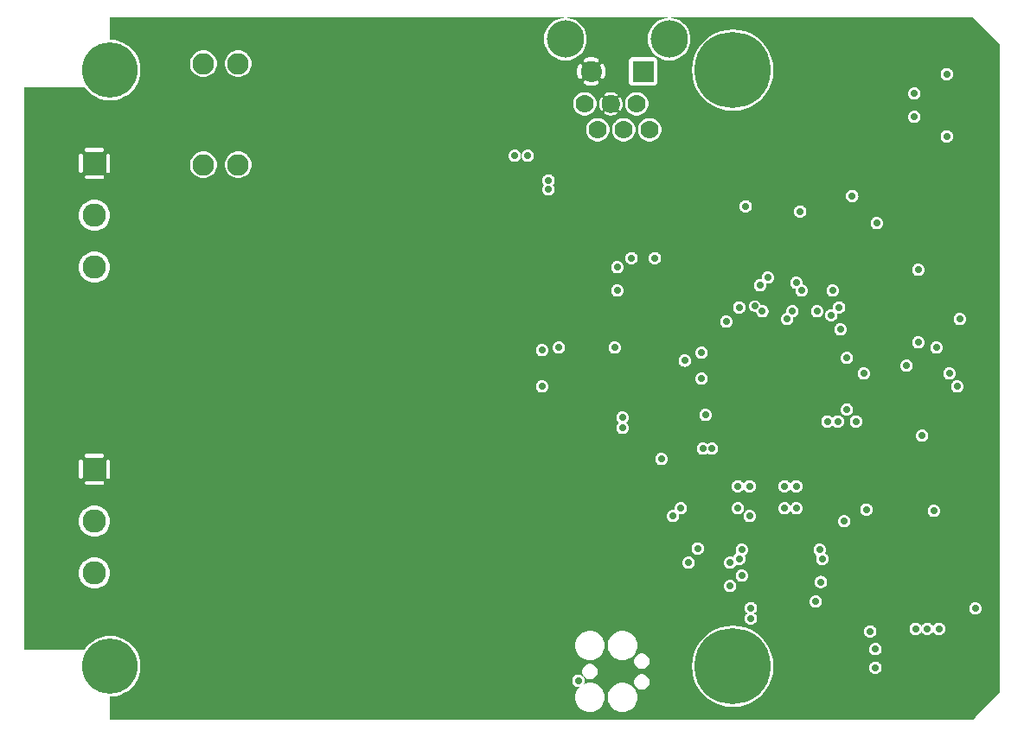
<source format=gbr>
G04 start of page 3 for group 1 idx 2 *
G04 Title: (unknown), GND *
G04 Creator: pcb 20140316 *
G04 CreationDate: Wed 23 Jan 2019 04:12:56 AM GMT UTC *
G04 For: railfan *
G04 Format: Gerber/RS-274X *
G04 PCB-Dimensions (mil): 4000.00 2950.00 *
G04 PCB-Coordinate-Origin: lower left *
%MOIN*%
%FSLAX25Y25*%
%LNGROUP1*%
%ADD73C,0.0935*%
%ADD72C,0.0390*%
%ADD71C,0.0300*%
%ADD70C,0.1280*%
%ADD69C,0.0480*%
%ADD68C,0.1285*%
%ADD67C,0.0550*%
%ADD66C,0.0630*%
%ADD65C,0.0120*%
%ADD64C,0.0280*%
%ADD63C,0.0700*%
%ADD62C,0.0800*%
%ADD61C,0.1440*%
%ADD60C,0.2937*%
%ADD59C,0.2137*%
%ADD58C,0.0900*%
%ADD57C,0.0830*%
%ADD56C,0.0001*%
G54D56*G36*
X289996Y53676D02*X290052Y53585D01*
X290298Y53298D01*
X290585Y53052D01*
X290670Y53000D01*
X290585Y52948D01*
X290298Y52702D01*
X290052Y52415D01*
X289996Y52324D01*
Y53676D01*
G37*
G36*
X378496Y282004D02*X388000Y272500D01*
Y22500D01*
X378496Y12996D01*
Y52467D01*
X378500Y52467D01*
X378877Y52496D01*
X379244Y52584D01*
X379593Y52729D01*
X379915Y52926D01*
X380202Y53172D01*
X380448Y53459D01*
X380645Y53781D01*
X380790Y54130D01*
X380878Y54497D01*
X380900Y54874D01*
X380878Y55251D01*
X380790Y55618D01*
X380645Y55967D01*
X380448Y56289D01*
X380202Y56576D01*
X379915Y56822D01*
X379593Y57019D01*
X379244Y57164D01*
X378877Y57252D01*
X378500Y57281D01*
X378496Y57281D01*
Y282004D01*
G37*
G36*
X372496Y283000D02*X377500D01*
X378496Y282004D01*
Y57281D01*
X378123Y57252D01*
X377756Y57164D01*
X377407Y57019D01*
X377085Y56822D01*
X376798Y56576D01*
X376552Y56289D01*
X376355Y55967D01*
X376210Y55618D01*
X376122Y55251D01*
X376093Y54874D01*
X376122Y54497D01*
X376210Y54130D01*
X376355Y53781D01*
X376552Y53459D01*
X376798Y53172D01*
X377085Y52926D01*
X377407Y52729D01*
X377756Y52584D01*
X378123Y52496D01*
X378496Y52467D01*
Y12996D01*
X377500Y12000D01*
X372496D01*
Y138315D01*
X372593Y138355D01*
X372915Y138552D01*
X373202Y138798D01*
X373448Y139085D01*
X373645Y139407D01*
X373790Y139756D01*
X373878Y140123D01*
X373900Y140500D01*
X373878Y140877D01*
X373790Y141244D01*
X373645Y141593D01*
X373448Y141915D01*
X373202Y142202D01*
X372915Y142448D01*
X372593Y142645D01*
X372496Y142685D01*
Y164093D01*
X372500Y164093D01*
X372877Y164122D01*
X373244Y164210D01*
X373593Y164355D01*
X373915Y164552D01*
X374202Y164798D01*
X374448Y165085D01*
X374645Y165407D01*
X374790Y165756D01*
X374878Y166123D01*
X374900Y166500D01*
X374878Y166877D01*
X374790Y167244D01*
X374645Y167593D01*
X374448Y167915D01*
X374202Y168202D01*
X373915Y168448D01*
X373593Y168645D01*
X373244Y168790D01*
X372877Y168878D01*
X372500Y168907D01*
X372496Y168907D01*
Y283000D01*
G37*
G36*
X367496D02*X372496D01*
Y168907D01*
X372123Y168878D01*
X371756Y168790D01*
X371407Y168645D01*
X371085Y168448D01*
X370798Y168202D01*
X370552Y167915D01*
X370355Y167593D01*
X370210Y167244D01*
X370122Y166877D01*
X370093Y166500D01*
X370122Y166123D01*
X370210Y165756D01*
X370355Y165407D01*
X370552Y165085D01*
X370798Y164798D01*
X371085Y164552D01*
X371407Y164355D01*
X371756Y164210D01*
X372123Y164122D01*
X372496Y164093D01*
Y142685D01*
X372244Y142790D01*
X371877Y142878D01*
X371500Y142907D01*
X371123Y142878D01*
X370756Y142790D01*
X370407Y142645D01*
X370085Y142448D01*
X369798Y142202D01*
X369552Y141915D01*
X369355Y141593D01*
X369210Y141244D01*
X369122Y140877D01*
X369093Y140500D01*
X369122Y140123D01*
X369210Y139756D01*
X369355Y139407D01*
X369552Y139085D01*
X369798Y138798D01*
X370085Y138552D01*
X370407Y138355D01*
X370756Y138210D01*
X371123Y138122D01*
X371500Y138093D01*
X371877Y138122D01*
X372244Y138210D01*
X372496Y138315D01*
Y12000D01*
X367496D01*
Y143318D01*
X367756Y143210D01*
X368123Y143122D01*
X368500Y143093D01*
X368877Y143122D01*
X369244Y143210D01*
X369593Y143355D01*
X369915Y143552D01*
X370202Y143798D01*
X370448Y144085D01*
X370645Y144407D01*
X370790Y144756D01*
X370878Y145123D01*
X370900Y145500D01*
X370878Y145877D01*
X370790Y146244D01*
X370645Y146593D01*
X370448Y146915D01*
X370202Y147202D01*
X369915Y147448D01*
X369593Y147645D01*
X369244Y147790D01*
X368877Y147878D01*
X368500Y147907D01*
X368123Y147878D01*
X367756Y147790D01*
X367496Y147682D01*
Y234593D01*
X367500Y234593D01*
X367877Y234622D01*
X368244Y234710D01*
X368593Y234855D01*
X368915Y235052D01*
X369202Y235298D01*
X369448Y235585D01*
X369645Y235907D01*
X369790Y236256D01*
X369878Y236623D01*
X369900Y237000D01*
X369878Y237377D01*
X369790Y237744D01*
X369645Y238093D01*
X369448Y238415D01*
X369202Y238702D01*
X368915Y238948D01*
X368593Y239145D01*
X368244Y239290D01*
X367877Y239378D01*
X367500Y239407D01*
X367496Y239407D01*
Y258593D01*
X367500Y258593D01*
X367877Y258622D01*
X368244Y258710D01*
X368593Y258855D01*
X368915Y259052D01*
X369202Y259298D01*
X369448Y259585D01*
X369645Y259907D01*
X369790Y260256D01*
X369878Y260623D01*
X369900Y261000D01*
X369878Y261377D01*
X369790Y261744D01*
X369645Y262093D01*
X369448Y262415D01*
X369202Y262702D01*
X368915Y262948D01*
X368593Y263145D01*
X368244Y263290D01*
X367877Y263378D01*
X367500Y263407D01*
X367496Y263407D01*
Y283000D01*
G37*
G36*
X362496D02*X367496D01*
Y263407D01*
X367123Y263378D01*
X366756Y263290D01*
X366407Y263145D01*
X366085Y262948D01*
X365798Y262702D01*
X365552Y262415D01*
X365355Y262093D01*
X365210Y261744D01*
X365122Y261377D01*
X365093Y261000D01*
X365122Y260623D01*
X365210Y260256D01*
X365355Y259907D01*
X365552Y259585D01*
X365798Y259298D01*
X366085Y259052D01*
X366407Y258855D01*
X366756Y258710D01*
X367123Y258622D01*
X367496Y258593D01*
Y239407D01*
X367123Y239378D01*
X366756Y239290D01*
X366407Y239145D01*
X366085Y238948D01*
X365798Y238702D01*
X365552Y238415D01*
X365355Y238093D01*
X365210Y237744D01*
X365122Y237377D01*
X365093Y237000D01*
X365122Y236623D01*
X365210Y236256D01*
X365355Y235907D01*
X365552Y235585D01*
X365798Y235298D01*
X366085Y235052D01*
X366407Y234855D01*
X366756Y234710D01*
X367123Y234622D01*
X367496Y234593D01*
Y147682D01*
X367407Y147645D01*
X367085Y147448D01*
X366798Y147202D01*
X366552Y146915D01*
X366355Y146593D01*
X366210Y146244D01*
X366122Y145877D01*
X366093Y145500D01*
X366122Y145123D01*
X366210Y144756D01*
X366355Y144407D01*
X366552Y144085D01*
X366798Y143798D01*
X367085Y143552D01*
X367407Y143355D01*
X367496Y143318D01*
Y12000D01*
X362496D01*
Y45676D01*
X362552Y45585D01*
X362798Y45298D01*
X363085Y45052D01*
X363407Y44855D01*
X363756Y44710D01*
X364123Y44622D01*
X364500Y44593D01*
X364877Y44622D01*
X365244Y44710D01*
X365593Y44855D01*
X365915Y45052D01*
X366202Y45298D01*
X366448Y45585D01*
X366645Y45907D01*
X366790Y46256D01*
X366878Y46623D01*
X366900Y47000D01*
X366878Y47377D01*
X366790Y47744D01*
X366645Y48093D01*
X366448Y48415D01*
X366202Y48702D01*
X365915Y48948D01*
X365593Y49145D01*
X365244Y49290D01*
X364877Y49378D01*
X364500Y49407D01*
X364123Y49378D01*
X363756Y49290D01*
X363407Y49145D01*
X363085Y48948D01*
X362798Y48702D01*
X362552Y48415D01*
X362496Y48324D01*
Y90093D01*
X362500Y90093D01*
X362877Y90122D01*
X363244Y90210D01*
X363593Y90355D01*
X363915Y90552D01*
X364202Y90798D01*
X364448Y91085D01*
X364645Y91407D01*
X364790Y91756D01*
X364878Y92123D01*
X364900Y92500D01*
X364878Y92877D01*
X364790Y93244D01*
X364645Y93593D01*
X364448Y93915D01*
X364202Y94202D01*
X363915Y94448D01*
X363593Y94645D01*
X363244Y94790D01*
X362877Y94878D01*
X362500Y94907D01*
X362496Y94907D01*
Y153318D01*
X362756Y153210D01*
X363123Y153122D01*
X363500Y153093D01*
X363877Y153122D01*
X364244Y153210D01*
X364593Y153355D01*
X364915Y153552D01*
X365202Y153798D01*
X365448Y154085D01*
X365645Y154407D01*
X365790Y154756D01*
X365878Y155123D01*
X365900Y155500D01*
X365878Y155877D01*
X365790Y156244D01*
X365645Y156593D01*
X365448Y156915D01*
X365202Y157202D01*
X364915Y157448D01*
X364593Y157645D01*
X364244Y157790D01*
X363877Y157878D01*
X363500Y157907D01*
X363123Y157878D01*
X362756Y157790D01*
X362496Y157682D01*
Y283000D01*
G37*
G36*
Y12000D02*X356496D01*
Y44815D01*
X356593Y44855D01*
X356915Y45052D01*
X357202Y45298D01*
X357448Y45585D01*
X357645Y45907D01*
X357750Y46161D01*
X357855Y45907D01*
X358052Y45585D01*
X358298Y45298D01*
X358585Y45052D01*
X358907Y44855D01*
X359256Y44710D01*
X359623Y44622D01*
X360000Y44593D01*
X360377Y44622D01*
X360744Y44710D01*
X361093Y44855D01*
X361415Y45052D01*
X361702Y45298D01*
X361948Y45585D01*
X362145Y45907D01*
X362250Y46161D01*
X362355Y45907D01*
X362496Y45676D01*
Y12000D01*
G37*
G36*
X356496Y283000D02*X362496D01*
Y157682D01*
X362407Y157645D01*
X362085Y157448D01*
X361798Y157202D01*
X361552Y156915D01*
X361355Y156593D01*
X361210Y156244D01*
X361122Y155877D01*
X361093Y155500D01*
X361122Y155123D01*
X361210Y154756D01*
X361355Y154407D01*
X361552Y154085D01*
X361798Y153798D01*
X362085Y153552D01*
X362407Y153355D01*
X362496Y153318D01*
Y94907D01*
X362123Y94878D01*
X361756Y94790D01*
X361407Y94645D01*
X361085Y94448D01*
X360798Y94202D01*
X360552Y93915D01*
X360355Y93593D01*
X360210Y93244D01*
X360122Y92877D01*
X360093Y92500D01*
X360122Y92123D01*
X360210Y91756D01*
X360355Y91407D01*
X360552Y91085D01*
X360798Y90798D01*
X361085Y90552D01*
X361407Y90355D01*
X361756Y90210D01*
X362123Y90122D01*
X362496Y90093D01*
Y48324D01*
X362355Y48093D01*
X362250Y47839D01*
X362145Y48093D01*
X361948Y48415D01*
X361702Y48702D01*
X361415Y48948D01*
X361093Y49145D01*
X360744Y49290D01*
X360377Y49378D01*
X360000Y49407D01*
X359623Y49378D01*
X359256Y49290D01*
X358907Y49145D01*
X358585Y48948D01*
X358298Y48702D01*
X358052Y48415D01*
X357855Y48093D01*
X357750Y47839D01*
X357645Y48093D01*
X357448Y48415D01*
X357202Y48702D01*
X356915Y48948D01*
X356593Y49145D01*
X356496Y49185D01*
Y119628D01*
X356585Y119552D01*
X356907Y119355D01*
X357256Y119210D01*
X357623Y119122D01*
X358000Y119093D01*
X358377Y119122D01*
X358744Y119210D01*
X359093Y119355D01*
X359415Y119552D01*
X359702Y119798D01*
X359948Y120085D01*
X360145Y120407D01*
X360290Y120756D01*
X360378Y121123D01*
X360400Y121500D01*
X360378Y121877D01*
X360290Y122244D01*
X360145Y122593D01*
X359948Y122915D01*
X359702Y123202D01*
X359415Y123448D01*
X359093Y123645D01*
X358744Y123790D01*
X358377Y123878D01*
X358000Y123907D01*
X357623Y123878D01*
X357256Y123790D01*
X356907Y123645D01*
X356585Y123448D01*
X356496Y123372D01*
Y155093D01*
X356500Y155093D01*
X356877Y155122D01*
X357244Y155210D01*
X357593Y155355D01*
X357915Y155552D01*
X358202Y155798D01*
X358448Y156085D01*
X358645Y156407D01*
X358790Y156756D01*
X358878Y157123D01*
X358900Y157500D01*
X358878Y157877D01*
X358790Y158244D01*
X358645Y158593D01*
X358448Y158915D01*
X358202Y159202D01*
X357915Y159448D01*
X357593Y159645D01*
X357244Y159790D01*
X356877Y159878D01*
X356500Y159907D01*
X356496Y159907D01*
Y183093D01*
X356500Y183093D01*
X356877Y183122D01*
X357244Y183210D01*
X357593Y183355D01*
X357915Y183552D01*
X358202Y183798D01*
X358448Y184085D01*
X358645Y184407D01*
X358790Y184756D01*
X358878Y185123D01*
X358900Y185500D01*
X358878Y185877D01*
X358790Y186244D01*
X358645Y186593D01*
X358448Y186915D01*
X358202Y187202D01*
X357915Y187448D01*
X357593Y187645D01*
X357244Y187790D01*
X356877Y187878D01*
X356500Y187907D01*
X356496Y187907D01*
Y242622D01*
X356702Y242798D01*
X356948Y243085D01*
X357145Y243407D01*
X357290Y243756D01*
X357378Y244123D01*
X357400Y244500D01*
X357378Y244877D01*
X357290Y245244D01*
X357145Y245593D01*
X356948Y245915D01*
X356702Y246202D01*
X356496Y246378D01*
Y251622D01*
X356702Y251798D01*
X356948Y252085D01*
X357145Y252407D01*
X357290Y252756D01*
X357378Y253123D01*
X357400Y253500D01*
X357378Y253877D01*
X357290Y254244D01*
X357145Y254593D01*
X356948Y254915D01*
X356702Y255202D01*
X356496Y255378D01*
Y283000D01*
G37*
G36*
X351996D02*X356496D01*
Y255378D01*
X356415Y255448D01*
X356093Y255645D01*
X355744Y255790D01*
X355377Y255878D01*
X355000Y255907D01*
X354623Y255878D01*
X354256Y255790D01*
X353907Y255645D01*
X353585Y255448D01*
X353298Y255202D01*
X353052Y254915D01*
X352855Y254593D01*
X352710Y254244D01*
X352622Y253877D01*
X352593Y253500D01*
X352622Y253123D01*
X352710Y252756D01*
X352855Y252407D01*
X353052Y252085D01*
X353298Y251798D01*
X353585Y251552D01*
X353907Y251355D01*
X354256Y251210D01*
X354623Y251122D01*
X355000Y251093D01*
X355377Y251122D01*
X355744Y251210D01*
X356093Y251355D01*
X356415Y251552D01*
X356496Y251622D01*
Y246378D01*
X356415Y246448D01*
X356093Y246645D01*
X355744Y246790D01*
X355377Y246878D01*
X355000Y246907D01*
X354623Y246878D01*
X354256Y246790D01*
X353907Y246645D01*
X353585Y246448D01*
X353298Y246202D01*
X353052Y245915D01*
X352855Y245593D01*
X352710Y245244D01*
X352622Y244877D01*
X352593Y244500D01*
X352622Y244123D01*
X352710Y243756D01*
X352855Y243407D01*
X353052Y243085D01*
X353298Y242798D01*
X353585Y242552D01*
X353907Y242355D01*
X354256Y242210D01*
X354623Y242122D01*
X355000Y242093D01*
X355377Y242122D01*
X355744Y242210D01*
X356093Y242355D01*
X356415Y242552D01*
X356496Y242622D01*
Y187907D01*
X356123Y187878D01*
X355756Y187790D01*
X355407Y187645D01*
X355085Y187448D01*
X354798Y187202D01*
X354552Y186915D01*
X354355Y186593D01*
X354210Y186244D01*
X354122Y185877D01*
X354093Y185500D01*
X354122Y185123D01*
X354210Y184756D01*
X354355Y184407D01*
X354552Y184085D01*
X354798Y183798D01*
X355085Y183552D01*
X355407Y183355D01*
X355756Y183210D01*
X356123Y183122D01*
X356496Y183093D01*
Y159907D01*
X356123Y159878D01*
X355756Y159790D01*
X355407Y159645D01*
X355085Y159448D01*
X354798Y159202D01*
X354552Y158915D01*
X354355Y158593D01*
X354210Y158244D01*
X354122Y157877D01*
X354093Y157500D01*
X354122Y157123D01*
X354210Y156756D01*
X354355Y156407D01*
X354552Y156085D01*
X354798Y155798D01*
X355085Y155552D01*
X355407Y155355D01*
X355756Y155210D01*
X356123Y155122D01*
X356496Y155093D01*
Y123372D01*
X356298Y123202D01*
X356052Y122915D01*
X355855Y122593D01*
X355710Y122244D01*
X355622Y121877D01*
X355593Y121500D01*
X355622Y121123D01*
X355710Y120756D01*
X355855Y120407D01*
X356052Y120085D01*
X356298Y119798D01*
X356496Y119628D01*
Y49185D01*
X356244Y49290D01*
X355877Y49378D01*
X355500Y49407D01*
X355123Y49378D01*
X354756Y49290D01*
X354407Y49145D01*
X354085Y48948D01*
X353798Y48702D01*
X353552Y48415D01*
X353355Y48093D01*
X353210Y47744D01*
X353122Y47377D01*
X353093Y47000D01*
X353122Y46623D01*
X353210Y46256D01*
X353355Y45907D01*
X353552Y45585D01*
X353798Y45298D01*
X354085Y45052D01*
X354407Y44855D01*
X354756Y44710D01*
X355123Y44622D01*
X355500Y44593D01*
X355877Y44622D01*
X356244Y44710D01*
X356496Y44815D01*
Y12000D01*
X351996D01*
Y146093D01*
X352000Y146093D01*
X352377Y146122D01*
X352744Y146210D01*
X353093Y146355D01*
X353415Y146552D01*
X353702Y146798D01*
X353948Y147085D01*
X354145Y147407D01*
X354290Y147756D01*
X354378Y148123D01*
X354400Y148500D01*
X354378Y148877D01*
X354290Y149244D01*
X354145Y149593D01*
X353948Y149915D01*
X353702Y150202D01*
X353415Y150448D01*
X353093Y150645D01*
X352744Y150790D01*
X352377Y150878D01*
X352000Y150907D01*
X351996Y150907D01*
Y283000D01*
G37*
G36*
X340496D02*X351996D01*
Y150907D01*
X351623Y150878D01*
X351256Y150790D01*
X350907Y150645D01*
X350585Y150448D01*
X350298Y150202D01*
X350052Y149915D01*
X349855Y149593D01*
X349710Y149244D01*
X349622Y148877D01*
X349593Y148500D01*
X349622Y148123D01*
X349710Y147756D01*
X349855Y147407D01*
X350052Y147085D01*
X350298Y146798D01*
X350585Y146552D01*
X350907Y146355D01*
X351256Y146210D01*
X351623Y146122D01*
X351996Y146093D01*
Y12000D01*
X340496D01*
Y29651D01*
X340744Y29710D01*
X341093Y29855D01*
X341415Y30052D01*
X341702Y30298D01*
X341948Y30585D01*
X342145Y30907D01*
X342290Y31256D01*
X342378Y31623D01*
X342400Y32000D01*
X342378Y32377D01*
X342290Y32744D01*
X342145Y33093D01*
X341948Y33415D01*
X341702Y33702D01*
X341415Y33948D01*
X341093Y34145D01*
X340744Y34290D01*
X340496Y34349D01*
Y36777D01*
X340744Y36836D01*
X341093Y36981D01*
X341415Y37178D01*
X341702Y37424D01*
X341948Y37711D01*
X342145Y38033D01*
X342290Y38382D01*
X342378Y38749D01*
X342400Y39126D01*
X342378Y39503D01*
X342290Y39870D01*
X342145Y40219D01*
X341948Y40541D01*
X341702Y40828D01*
X341415Y41074D01*
X341093Y41271D01*
X340744Y41416D01*
X340496Y41475D01*
Y201093D01*
X340500Y201093D01*
X340877Y201122D01*
X341244Y201210D01*
X341593Y201355D01*
X341915Y201552D01*
X342202Y201798D01*
X342448Y202085D01*
X342645Y202407D01*
X342790Y202756D01*
X342878Y203123D01*
X342900Y203500D01*
X342878Y203877D01*
X342790Y204244D01*
X342645Y204593D01*
X342448Y204915D01*
X342202Y205202D01*
X341915Y205448D01*
X341593Y205645D01*
X341244Y205790D01*
X340877Y205878D01*
X340500Y205907D01*
X340496Y205907D01*
Y283000D01*
G37*
G36*
Y34349D02*X340377Y34378D01*
X340000Y34407D01*
X339623Y34378D01*
X339256Y34290D01*
X338907Y34145D01*
X338585Y33948D01*
X338298Y33702D01*
X338052Y33415D01*
X337996Y33324D01*
Y37802D01*
X338052Y37711D01*
X338298Y37424D01*
X338585Y37178D01*
X338907Y36981D01*
X339256Y36836D01*
X339623Y36748D01*
X340000Y36719D01*
X340377Y36748D01*
X340496Y36777D01*
Y34349D01*
G37*
G36*
Y12000D02*X337996D01*
Y30676D01*
X338052Y30585D01*
X338298Y30298D01*
X338585Y30052D01*
X338907Y29855D01*
X339256Y29710D01*
X339623Y29622D01*
X340000Y29593D01*
X340377Y29622D01*
X340496Y29651D01*
Y12000D01*
G37*
G36*
X337996Y283000D02*X340496D01*
Y205907D01*
X340123Y205878D01*
X339756Y205790D01*
X339407Y205645D01*
X339085Y205448D01*
X338798Y205202D01*
X338552Y204915D01*
X338355Y204593D01*
X338210Y204244D01*
X338122Y203877D01*
X338093Y203500D01*
X338122Y203123D01*
X338210Y202756D01*
X338355Y202407D01*
X338552Y202085D01*
X338798Y201798D01*
X339085Y201552D01*
X339407Y201355D01*
X339756Y201210D01*
X340123Y201122D01*
X340496Y201093D01*
Y41475D01*
X340377Y41504D01*
X340000Y41533D01*
X339623Y41504D01*
X339256Y41416D01*
X338907Y41271D01*
X338585Y41074D01*
X338298Y40828D01*
X338052Y40541D01*
X337996Y40450D01*
Y43593D01*
X338000Y43593D01*
X338377Y43622D01*
X338744Y43710D01*
X339093Y43855D01*
X339415Y44052D01*
X339702Y44298D01*
X339948Y44585D01*
X340145Y44907D01*
X340290Y45256D01*
X340378Y45623D01*
X340400Y46000D01*
X340378Y46377D01*
X340290Y46744D01*
X340145Y47093D01*
X339948Y47415D01*
X339702Y47702D01*
X339415Y47948D01*
X339093Y48145D01*
X338744Y48290D01*
X338377Y48378D01*
X338000Y48407D01*
X337996Y48407D01*
Y91122D01*
X338202Y91298D01*
X338448Y91585D01*
X338645Y91907D01*
X338790Y92256D01*
X338878Y92623D01*
X338900Y93000D01*
X338878Y93377D01*
X338790Y93744D01*
X338645Y94093D01*
X338448Y94415D01*
X338202Y94702D01*
X337996Y94878D01*
Y283000D01*
G37*
G36*
Y12000D02*X335496D01*
Y90818D01*
X335756Y90710D01*
X336123Y90622D01*
X336500Y90593D01*
X336877Y90622D01*
X337244Y90710D01*
X337593Y90855D01*
X337915Y91052D01*
X337996Y91122D01*
Y48407D01*
X337623Y48378D01*
X337256Y48290D01*
X336907Y48145D01*
X336585Y47948D01*
X336298Y47702D01*
X336052Y47415D01*
X335855Y47093D01*
X335710Y46744D01*
X335622Y46377D01*
X335593Y46000D01*
X335622Y45623D01*
X335710Y45256D01*
X335855Y44907D01*
X336052Y44585D01*
X336298Y44298D01*
X336585Y44052D01*
X336907Y43855D01*
X337256Y43710D01*
X337623Y43622D01*
X337996Y43593D01*
Y40450D01*
X337855Y40219D01*
X337710Y39870D01*
X337622Y39503D01*
X337593Y39126D01*
X337622Y38749D01*
X337710Y38382D01*
X337855Y38033D01*
X337996Y37802D01*
Y33324D01*
X337855Y33093D01*
X337710Y32744D01*
X337622Y32377D01*
X337593Y32000D01*
X337622Y31623D01*
X337710Y31256D01*
X337855Y30907D01*
X337996Y30676D01*
Y12000D01*
G37*
G36*
X335496Y283000D02*X337996D01*
Y94878D01*
X337915Y94948D01*
X337593Y95145D01*
X337244Y95290D01*
X336877Y95378D01*
X336500Y95407D01*
X336123Y95378D01*
X335756Y95290D01*
X335496Y95182D01*
Y143093D01*
X335500Y143093D01*
X335877Y143122D01*
X336244Y143210D01*
X336593Y143355D01*
X336915Y143552D01*
X337202Y143798D01*
X337448Y144085D01*
X337645Y144407D01*
X337790Y144756D01*
X337878Y145123D01*
X337900Y145500D01*
X337878Y145877D01*
X337790Y146244D01*
X337645Y146593D01*
X337448Y146915D01*
X337202Y147202D01*
X336915Y147448D01*
X336593Y147645D01*
X336244Y147790D01*
X335877Y147878D01*
X335500Y147907D01*
X335496Y147907D01*
Y283000D01*
G37*
G36*
X332496D02*X335496D01*
Y147907D01*
X335123Y147878D01*
X334756Y147790D01*
X334407Y147645D01*
X334085Y147448D01*
X333798Y147202D01*
X333552Y146915D01*
X333355Y146593D01*
X333210Y146244D01*
X333122Y145877D01*
X333093Y145500D01*
X333122Y145123D01*
X333210Y144756D01*
X333355Y144407D01*
X333552Y144085D01*
X333798Y143798D01*
X334085Y143552D01*
X334407Y143355D01*
X334756Y143210D01*
X335123Y143122D01*
X335496Y143093D01*
Y95182D01*
X335407Y95145D01*
X335085Y94948D01*
X334798Y94702D01*
X334552Y94415D01*
X334355Y94093D01*
X334210Y93744D01*
X334122Y93377D01*
X334093Y93000D01*
X334122Y92623D01*
X334210Y92256D01*
X334355Y91907D01*
X334552Y91585D01*
X334798Y91298D01*
X335085Y91052D01*
X335407Y90855D01*
X335496Y90818D01*
Y12000D01*
X332496D01*
Y124593D01*
X332500Y124593D01*
X332877Y124622D01*
X333244Y124710D01*
X333593Y124855D01*
X333915Y125052D01*
X334202Y125298D01*
X334448Y125585D01*
X334645Y125907D01*
X334790Y126256D01*
X334878Y126623D01*
X334900Y127000D01*
X334878Y127377D01*
X334790Y127744D01*
X334645Y128093D01*
X334448Y128415D01*
X334202Y128702D01*
X333915Y128948D01*
X333593Y129145D01*
X333244Y129290D01*
X332877Y129378D01*
X332500Y129407D01*
X332496Y129407D01*
Y212085D01*
X332745Y212298D01*
X332991Y212585D01*
X333188Y212907D01*
X333332Y213256D01*
X333421Y213623D01*
X333443Y214000D01*
X333421Y214377D01*
X333332Y214744D01*
X333188Y215093D01*
X332991Y215415D01*
X332745Y215702D01*
X332496Y215915D01*
Y283000D01*
G37*
G36*
Y12000D02*X328996D01*
Y86315D01*
X329093Y86355D01*
X329415Y86552D01*
X329702Y86798D01*
X329948Y87085D01*
X330145Y87407D01*
X330290Y87756D01*
X330378Y88123D01*
X330400Y88500D01*
X330378Y88877D01*
X330290Y89244D01*
X330145Y89593D01*
X329948Y89915D01*
X329702Y90202D01*
X329415Y90448D01*
X329093Y90645D01*
X328996Y90685D01*
Y129193D01*
X329000Y129193D01*
X329377Y129222D01*
X329744Y129310D01*
X330093Y129455D01*
X330415Y129652D01*
X330702Y129898D01*
X330948Y130185D01*
X331145Y130507D01*
X331290Y130856D01*
X331378Y131223D01*
X331400Y131600D01*
X331378Y131977D01*
X331290Y132344D01*
X331145Y132693D01*
X330948Y133015D01*
X330702Y133302D01*
X330415Y133548D01*
X330093Y133745D01*
X329744Y133890D01*
X329377Y133978D01*
X329000Y134007D01*
X328996Y134007D01*
Y149093D01*
X329000Y149093D01*
X329377Y149122D01*
X329744Y149210D01*
X330093Y149355D01*
X330415Y149552D01*
X330702Y149798D01*
X330948Y150085D01*
X331145Y150407D01*
X331290Y150756D01*
X331378Y151123D01*
X331400Y151500D01*
X331378Y151877D01*
X331290Y152244D01*
X331145Y152593D01*
X330948Y152915D01*
X330702Y153202D01*
X330415Y153448D01*
X330093Y153645D01*
X329744Y153790D01*
X329377Y153878D01*
X329000Y153907D01*
X328996Y153907D01*
Y212746D01*
X329095Y212585D01*
X329341Y212298D01*
X329628Y212052D01*
X329950Y211855D01*
X330299Y211710D01*
X330666Y211622D01*
X331043Y211593D01*
X331420Y211622D01*
X331787Y211710D01*
X332136Y211855D01*
X332458Y212052D01*
X332496Y212085D01*
Y129407D01*
X332123Y129378D01*
X331756Y129290D01*
X331407Y129145D01*
X331085Y128948D01*
X330798Y128702D01*
X330552Y128415D01*
X330355Y128093D01*
X330210Y127744D01*
X330122Y127377D01*
X330093Y127000D01*
X330122Y126623D01*
X330210Y126256D01*
X330355Y125907D01*
X330552Y125585D01*
X330798Y125298D01*
X331085Y125052D01*
X331407Y124855D01*
X331756Y124710D01*
X332123Y124622D01*
X332496Y124593D01*
Y12000D01*
G37*
G36*
X328996Y283000D02*X332496D01*
Y215915D01*
X332458Y215948D01*
X332136Y216145D01*
X331787Y216290D01*
X331420Y216378D01*
X331043Y216407D01*
X330666Y216378D01*
X330299Y216290D01*
X329950Y216145D01*
X329628Y215948D01*
X329341Y215702D01*
X329095Y215415D01*
X328996Y215254D01*
Y283000D01*
G37*
G36*
X326496Y86628D02*X326585Y86552D01*
X326907Y86355D01*
X327256Y86210D01*
X327623Y86122D01*
X328000Y86093D01*
X328377Y86122D01*
X328744Y86210D01*
X328996Y86315D01*
Y12000D01*
X326496D01*
Y86628D01*
G37*
G36*
Y283000D02*X328996D01*
Y215254D01*
X328898Y215093D01*
X328753Y214744D01*
X328665Y214377D01*
X328636Y214000D01*
X328665Y213623D01*
X328753Y213256D01*
X328898Y212907D01*
X328996Y212746D01*
Y153907D01*
X328623Y153878D01*
X328256Y153790D01*
X327907Y153645D01*
X327585Y153448D01*
X327298Y153202D01*
X327052Y152915D01*
X326855Y152593D01*
X326710Y152244D01*
X326622Y151877D01*
X326593Y151500D01*
X326622Y151123D01*
X326710Y150756D01*
X326855Y150407D01*
X327052Y150085D01*
X327298Y149798D01*
X327585Y149552D01*
X327907Y149355D01*
X328256Y149210D01*
X328623Y149122D01*
X328996Y149093D01*
Y134007D01*
X328623Y133978D01*
X328256Y133890D01*
X327907Y133745D01*
X327585Y133548D01*
X327298Y133302D01*
X327052Y133015D01*
X326855Y132693D01*
X326710Y132344D01*
X326622Y131977D01*
X326593Y131600D01*
X326622Y131223D01*
X326710Y130856D01*
X326855Y130507D01*
X327052Y130185D01*
X327298Y129898D01*
X327585Y129652D01*
X327907Y129455D01*
X328256Y129310D01*
X328623Y129222D01*
X328996Y129193D01*
Y90685D01*
X328744Y90790D01*
X328377Y90878D01*
X328000Y90907D01*
X327623Y90878D01*
X327256Y90790D01*
X326907Y90645D01*
X326585Y90448D01*
X326496Y90372D01*
Y124815D01*
X326593Y124855D01*
X326915Y125052D01*
X327202Y125298D01*
X327448Y125585D01*
X327645Y125907D01*
X327790Y126256D01*
X327878Y126623D01*
X327900Y127000D01*
X327878Y127377D01*
X327790Y127744D01*
X327645Y128093D01*
X327448Y128415D01*
X327202Y128702D01*
X326915Y128948D01*
X326593Y129145D01*
X326496Y129185D01*
Y160093D01*
X326500Y160093D01*
X326877Y160122D01*
X327244Y160210D01*
X327593Y160355D01*
X327915Y160552D01*
X328202Y160798D01*
X328448Y161085D01*
X328645Y161407D01*
X328790Y161756D01*
X328878Y162123D01*
X328900Y162500D01*
X328878Y162877D01*
X328790Y163244D01*
X328645Y163593D01*
X328448Y163915D01*
X328202Y164202D01*
X327915Y164448D01*
X327593Y164645D01*
X327244Y164790D01*
X326877Y164878D01*
X326500Y164907D01*
X326496Y164907D01*
Y168651D01*
X326744Y168710D01*
X327093Y168855D01*
X327415Y169052D01*
X327702Y169298D01*
X327948Y169585D01*
X328145Y169907D01*
X328290Y170256D01*
X328378Y170623D01*
X328400Y171000D01*
X328378Y171377D01*
X328290Y171744D01*
X328145Y172093D01*
X327948Y172415D01*
X327702Y172702D01*
X327415Y172948D01*
X327093Y173145D01*
X326744Y173290D01*
X326496Y173349D01*
Y283000D01*
G37*
G36*
Y129185D02*X326244Y129290D01*
X325877Y129378D01*
X325500Y129407D01*
X325123Y129378D01*
X324756Y129290D01*
X324407Y129145D01*
X324085Y128948D01*
X323798Y128702D01*
X323552Y128415D01*
X323500Y128330D01*
X323496Y128336D01*
Y165651D01*
X323744Y165710D01*
X324093Y165855D01*
X324415Y166052D01*
X324702Y166298D01*
X324948Y166585D01*
X325145Y166907D01*
X325290Y167256D01*
X325378Y167623D01*
X325400Y168000D01*
X325378Y168377D01*
X325300Y168700D01*
X325623Y168622D01*
X326000Y168593D01*
X326377Y168622D01*
X326496Y168651D01*
Y164907D01*
X326123Y164878D01*
X325756Y164790D01*
X325407Y164645D01*
X325085Y164448D01*
X324798Y164202D01*
X324552Y163915D01*
X324355Y163593D01*
X324210Y163244D01*
X324122Y162877D01*
X324093Y162500D01*
X324122Y162123D01*
X324210Y161756D01*
X324355Y161407D01*
X324552Y161085D01*
X324798Y160798D01*
X325085Y160552D01*
X325407Y160355D01*
X325756Y160210D01*
X326123Y160122D01*
X326496Y160093D01*
Y129185D01*
G37*
G36*
Y90372D02*X326298Y90202D01*
X326052Y89915D01*
X325855Y89593D01*
X325710Y89244D01*
X325622Y88877D01*
X325593Y88500D01*
X325622Y88123D01*
X325710Y87756D01*
X325855Y87407D01*
X326052Y87085D01*
X326298Y86798D01*
X326496Y86628D01*
Y12000D01*
X323496D01*
Y125664D01*
X323500Y125670D01*
X323552Y125585D01*
X323798Y125298D01*
X324085Y125052D01*
X324407Y124855D01*
X324756Y124710D01*
X325123Y124622D01*
X325500Y124593D01*
X325877Y124622D01*
X326244Y124710D01*
X326496Y124815D01*
Y90372D01*
G37*
G36*
X323496Y283000D02*X326496D01*
Y173349D01*
X326377Y173378D01*
X326000Y173407D01*
X325623Y173378D01*
X325256Y173290D01*
X324907Y173145D01*
X324585Y172948D01*
X324298Y172702D01*
X324052Y172415D01*
X323855Y172093D01*
X323710Y171744D01*
X323622Y171377D01*
X323593Y171000D01*
X323622Y170623D01*
X323700Y170300D01*
X323496Y170349D01*
Y175093D01*
X323500Y175093D01*
X323877Y175122D01*
X324244Y175210D01*
X324593Y175355D01*
X324915Y175552D01*
X325202Y175798D01*
X325448Y176085D01*
X325645Y176407D01*
X325790Y176756D01*
X325878Y177123D01*
X325900Y177500D01*
X325878Y177877D01*
X325790Y178244D01*
X325645Y178593D01*
X325448Y178915D01*
X325202Y179202D01*
X324915Y179448D01*
X324593Y179645D01*
X324244Y179790D01*
X323877Y179878D01*
X323500Y179907D01*
X323496Y179907D01*
Y283000D01*
G37*
G36*
X316996D02*X323496D01*
Y179907D01*
X323123Y179878D01*
X322756Y179790D01*
X322407Y179645D01*
X322085Y179448D01*
X321798Y179202D01*
X321552Y178915D01*
X321355Y178593D01*
X321210Y178244D01*
X321122Y177877D01*
X321093Y177500D01*
X321122Y177123D01*
X321210Y176756D01*
X321355Y176407D01*
X321552Y176085D01*
X321798Y175798D01*
X322085Y175552D01*
X322407Y175355D01*
X322756Y175210D01*
X323123Y175122D01*
X323496Y175093D01*
Y170349D01*
X323377Y170378D01*
X323000Y170407D01*
X322623Y170378D01*
X322256Y170290D01*
X321907Y170145D01*
X321585Y169948D01*
X321298Y169702D01*
X321052Y169415D01*
X320855Y169093D01*
X320710Y168744D01*
X320622Y168377D01*
X320593Y168000D01*
X320622Y167623D01*
X320710Y167256D01*
X320855Y166907D01*
X321052Y166585D01*
X321298Y166298D01*
X321585Y166052D01*
X321907Y165855D01*
X322256Y165710D01*
X322623Y165622D01*
X323000Y165593D01*
X323377Y165622D01*
X323496Y165651D01*
Y128336D01*
X323448Y128415D01*
X323202Y128702D01*
X322915Y128948D01*
X322593Y129145D01*
X322244Y129290D01*
X321877Y129378D01*
X321500Y129407D01*
X321123Y129378D01*
X320756Y129290D01*
X320407Y129145D01*
X320085Y128948D01*
X319798Y128702D01*
X319552Y128415D01*
X319355Y128093D01*
X319210Y127744D01*
X319122Y127377D01*
X319093Y127000D01*
X319122Y126623D01*
X319210Y126256D01*
X319355Y125907D01*
X319552Y125585D01*
X319798Y125298D01*
X320085Y125052D01*
X320407Y124855D01*
X320756Y124710D01*
X321123Y124622D01*
X321500Y124593D01*
X321877Y124622D01*
X322244Y124710D01*
X322593Y124855D01*
X322915Y125052D01*
X323202Y125298D01*
X323448Y125585D01*
X323496Y125664D01*
Y12000D01*
X316996D01*
Y55093D01*
X317000Y55093D01*
X317377Y55122D01*
X317744Y55210D01*
X318093Y55355D01*
X318415Y55552D01*
X318702Y55798D01*
X318948Y56085D01*
X319145Y56407D01*
X319290Y56756D01*
X319378Y57123D01*
X319400Y57500D01*
X319378Y57877D01*
X319290Y58244D01*
X319145Y58593D01*
X318948Y58915D01*
X318702Y59202D01*
X318415Y59448D01*
X318093Y59645D01*
X317744Y59790D01*
X317377Y59878D01*
X317000Y59907D01*
X316996Y59907D01*
Y63723D01*
X317052Y63632D01*
X317298Y63345D01*
X317585Y63099D01*
X317907Y62902D01*
X318256Y62757D01*
X318623Y62669D01*
X319000Y62639D01*
X319377Y62669D01*
X319744Y62757D01*
X320093Y62902D01*
X320415Y63099D01*
X320702Y63345D01*
X320948Y63632D01*
X321145Y63954D01*
X321290Y64303D01*
X321378Y64670D01*
X321400Y65047D01*
X321378Y65423D01*
X321290Y65791D01*
X321145Y66140D01*
X320948Y66462D01*
X320702Y66749D01*
X320415Y66994D01*
X320093Y67192D01*
X319744Y67336D01*
X319377Y67425D01*
X319000Y67454D01*
X318623Y67425D01*
X318256Y67336D01*
X317907Y67192D01*
X317585Y66994D01*
X317298Y66749D01*
X317052Y66462D01*
X316996Y66370D01*
Y75628D01*
X317085Y75552D01*
X317407Y75355D01*
X317494Y75319D01*
X317355Y75093D01*
X317210Y74744D01*
X317122Y74377D01*
X317093Y74000D01*
X317122Y73623D01*
X317210Y73256D01*
X317355Y72907D01*
X317552Y72585D01*
X317798Y72298D01*
X318085Y72052D01*
X318407Y71855D01*
X318756Y71710D01*
X319123Y71622D01*
X319500Y71593D01*
X319877Y71622D01*
X320244Y71710D01*
X320593Y71855D01*
X320915Y72052D01*
X321202Y72298D01*
X321448Y72585D01*
X321645Y72907D01*
X321790Y73256D01*
X321878Y73623D01*
X321900Y74000D01*
X321878Y74377D01*
X321790Y74744D01*
X321645Y75093D01*
X321448Y75415D01*
X321202Y75702D01*
X320915Y75948D01*
X320593Y76145D01*
X320506Y76181D01*
X320645Y76407D01*
X320790Y76756D01*
X320878Y77123D01*
X320900Y77500D01*
X320878Y77877D01*
X320790Y78244D01*
X320645Y78593D01*
X320448Y78915D01*
X320202Y79202D01*
X319915Y79448D01*
X319593Y79645D01*
X319244Y79790D01*
X318877Y79878D01*
X318500Y79907D01*
X318123Y79878D01*
X317756Y79790D01*
X317407Y79645D01*
X317085Y79448D01*
X316996Y79372D01*
Y167153D01*
X317123Y167122D01*
X317500Y167093D01*
X317877Y167122D01*
X318244Y167210D01*
X318593Y167355D01*
X318915Y167552D01*
X319202Y167798D01*
X319448Y168085D01*
X319645Y168407D01*
X319790Y168756D01*
X319878Y169123D01*
X319900Y169500D01*
X319878Y169877D01*
X319790Y170244D01*
X319645Y170593D01*
X319448Y170915D01*
X319202Y171202D01*
X318915Y171448D01*
X318593Y171645D01*
X318244Y171790D01*
X317877Y171878D01*
X317500Y171907D01*
X317123Y171878D01*
X316996Y171847D01*
Y283000D01*
G37*
G36*
X310996D02*X316996D01*
Y171847D01*
X316756Y171790D01*
X316407Y171645D01*
X316085Y171448D01*
X315798Y171202D01*
X315552Y170915D01*
X315355Y170593D01*
X315210Y170244D01*
X315122Y169877D01*
X315093Y169500D01*
X315122Y169123D01*
X315210Y168756D01*
X315355Y168407D01*
X315552Y168085D01*
X315798Y167798D01*
X316085Y167552D01*
X316407Y167355D01*
X316756Y167210D01*
X316996Y167153D01*
Y79372D01*
X316798Y79202D01*
X316552Y78915D01*
X316355Y78593D01*
X316210Y78244D01*
X316122Y77877D01*
X316093Y77500D01*
X316122Y77123D01*
X316210Y76756D01*
X316355Y76407D01*
X316552Y76085D01*
X316798Y75798D01*
X316996Y75628D01*
Y66370D01*
X316855Y66140D01*
X316710Y65791D01*
X316622Y65423D01*
X316593Y65047D01*
X316622Y64670D01*
X316710Y64303D01*
X316855Y63954D01*
X316996Y63723D01*
Y59907D01*
X316623Y59878D01*
X316256Y59790D01*
X315907Y59645D01*
X315585Y59448D01*
X315298Y59202D01*
X315052Y58915D01*
X314855Y58593D01*
X314710Y58244D01*
X314622Y57877D01*
X314593Y57500D01*
X314622Y57123D01*
X314710Y56756D01*
X314855Y56407D01*
X315052Y56085D01*
X315298Y55798D01*
X315585Y55552D01*
X315907Y55355D01*
X316256Y55210D01*
X316623Y55122D01*
X316996Y55093D01*
Y12000D01*
X310996D01*
Y91622D01*
X311202Y91798D01*
X311448Y92085D01*
X311645Y92407D01*
X311790Y92756D01*
X311878Y93123D01*
X311900Y93500D01*
X311878Y93877D01*
X311790Y94244D01*
X311645Y94593D01*
X311448Y94915D01*
X311202Y95202D01*
X310996Y95378D01*
Y100122D01*
X311202Y100298D01*
X311448Y100585D01*
X311645Y100907D01*
X311790Y101256D01*
X311878Y101623D01*
X311900Y102000D01*
X311878Y102377D01*
X311790Y102744D01*
X311645Y103093D01*
X311448Y103415D01*
X311202Y103702D01*
X310996Y103878D01*
Y175153D01*
X311123Y175122D01*
X311500Y175093D01*
X311877Y175122D01*
X312244Y175210D01*
X312593Y175355D01*
X312915Y175552D01*
X313202Y175798D01*
X313448Y176085D01*
X313645Y176407D01*
X313790Y176756D01*
X313878Y177123D01*
X313900Y177500D01*
X313878Y177877D01*
X313790Y178244D01*
X313645Y178593D01*
X313448Y178915D01*
X313202Y179202D01*
X312915Y179448D01*
X312593Y179645D01*
X312244Y179790D01*
X311877Y179878D01*
X311820Y179882D01*
X311878Y180123D01*
X311900Y180500D01*
X311878Y180877D01*
X311790Y181244D01*
X311645Y181593D01*
X311448Y181915D01*
X311202Y182202D01*
X310996Y182378D01*
Y205593D01*
X311000Y205593D01*
X311377Y205622D01*
X311744Y205710D01*
X312093Y205855D01*
X312415Y206052D01*
X312702Y206298D01*
X312948Y206585D01*
X313145Y206907D01*
X313290Y207256D01*
X313378Y207623D01*
X313400Y208000D01*
X313378Y208377D01*
X313290Y208744D01*
X313145Y209093D01*
X312948Y209415D01*
X312702Y209702D01*
X312415Y209948D01*
X312093Y210145D01*
X311744Y210290D01*
X311377Y210378D01*
X311000Y210407D01*
X310996Y210407D01*
Y283000D01*
G37*
G36*
Y95378D02*X310915Y95448D01*
X310593Y95645D01*
X310244Y95790D01*
X309877Y95878D01*
X309500Y95907D01*
X309123Y95878D01*
X308756Y95790D01*
X308407Y95645D01*
X308085Y95448D01*
X307798Y95202D01*
X307552Y94915D01*
X307355Y94593D01*
X307250Y94339D01*
X307145Y94593D01*
X306996Y94836D01*
Y100664D01*
X307145Y100907D01*
X307250Y101161D01*
X307355Y100907D01*
X307552Y100585D01*
X307798Y100298D01*
X308085Y100052D01*
X308407Y99855D01*
X308756Y99710D01*
X309123Y99622D01*
X309500Y99593D01*
X309877Y99622D01*
X310244Y99710D01*
X310593Y99855D01*
X310915Y100052D01*
X310996Y100122D01*
Y95378D01*
G37*
G36*
Y12000D02*X306996D01*
Y92164D01*
X307145Y92407D01*
X307250Y92661D01*
X307355Y92407D01*
X307552Y92085D01*
X307798Y91798D01*
X308085Y91552D01*
X308407Y91355D01*
X308756Y91210D01*
X309123Y91122D01*
X309500Y91093D01*
X309877Y91122D01*
X310244Y91210D01*
X310593Y91355D01*
X310915Y91552D01*
X310996Y91622D01*
Y12000D01*
G37*
G36*
X306996Y283000D02*X310996D01*
Y210407D01*
X310623Y210378D01*
X310256Y210290D01*
X309907Y210145D01*
X309585Y209948D01*
X309298Y209702D01*
X309052Y209415D01*
X308855Y209093D01*
X308710Y208744D01*
X308622Y208377D01*
X308593Y208000D01*
X308622Y207623D01*
X308710Y207256D01*
X308855Y206907D01*
X309052Y206585D01*
X309298Y206298D01*
X309585Y206052D01*
X309907Y205855D01*
X310256Y205710D01*
X310623Y205622D01*
X310996Y205593D01*
Y182378D01*
X310915Y182448D01*
X310593Y182645D01*
X310244Y182790D01*
X309877Y182878D01*
X309500Y182907D01*
X309123Y182878D01*
X308756Y182790D01*
X308407Y182645D01*
X308085Y182448D01*
X307798Y182202D01*
X307552Y181915D01*
X307355Y181593D01*
X307210Y181244D01*
X307122Y180877D01*
X307093Y180500D01*
X307122Y180123D01*
X307210Y179756D01*
X307355Y179407D01*
X307552Y179085D01*
X307798Y178798D01*
X308085Y178552D01*
X308407Y178355D01*
X308756Y178210D01*
X309123Y178122D01*
X309180Y178118D01*
X309122Y177877D01*
X309093Y177500D01*
X309122Y177123D01*
X309210Y176756D01*
X309355Y176407D01*
X309552Y176085D01*
X309798Y175798D01*
X310085Y175552D01*
X310407Y175355D01*
X310756Y175210D01*
X310996Y175153D01*
Y103878D01*
X310915Y103948D01*
X310593Y104145D01*
X310244Y104290D01*
X309877Y104378D01*
X309500Y104407D01*
X309123Y104378D01*
X308756Y104290D01*
X308407Y104145D01*
X308085Y103948D01*
X307798Y103702D01*
X307552Y103415D01*
X307355Y103093D01*
X307250Y102839D01*
X307145Y103093D01*
X306996Y103336D01*
Y164315D01*
X307093Y164355D01*
X307415Y164552D01*
X307702Y164798D01*
X307948Y165085D01*
X308145Y165407D01*
X308290Y165756D01*
X308378Y166123D01*
X308400Y166500D01*
X308378Y166877D01*
X308320Y167118D01*
X308377Y167122D01*
X308744Y167210D01*
X309093Y167355D01*
X309415Y167552D01*
X309702Y167798D01*
X309948Y168085D01*
X310145Y168407D01*
X310290Y168756D01*
X310378Y169123D01*
X310400Y169500D01*
X310378Y169877D01*
X310290Y170244D01*
X310145Y170593D01*
X309948Y170915D01*
X309702Y171202D01*
X309415Y171448D01*
X309093Y171645D01*
X308744Y171790D01*
X308377Y171878D01*
X308000Y171907D01*
X307623Y171878D01*
X307256Y171790D01*
X306996Y171682D01*
Y283000D01*
G37*
G36*
X296996D02*X306996D01*
Y171682D01*
X306907Y171645D01*
X306585Y171448D01*
X306298Y171202D01*
X306052Y170915D01*
X305855Y170593D01*
X305710Y170244D01*
X305622Y169877D01*
X305593Y169500D01*
X305622Y169123D01*
X305680Y168882D01*
X305623Y168878D01*
X305256Y168790D01*
X304907Y168645D01*
X304585Y168448D01*
X304298Y168202D01*
X304052Y167915D01*
X303855Y167593D01*
X303710Y167244D01*
X303622Y166877D01*
X303593Y166500D01*
X303622Y166123D01*
X303710Y165756D01*
X303855Y165407D01*
X304052Y165085D01*
X304298Y164798D01*
X304585Y164552D01*
X304907Y164355D01*
X305256Y164210D01*
X305623Y164122D01*
X306000Y164093D01*
X306377Y164122D01*
X306744Y164210D01*
X306996Y164315D01*
Y103336D01*
X306948Y103415D01*
X306702Y103702D01*
X306415Y103948D01*
X306093Y104145D01*
X305744Y104290D01*
X305377Y104378D01*
X305000Y104407D01*
X304623Y104378D01*
X304256Y104290D01*
X303907Y104145D01*
X303585Y103948D01*
X303298Y103702D01*
X303052Y103415D01*
X302855Y103093D01*
X302710Y102744D01*
X302622Y102377D01*
X302593Y102000D01*
X302622Y101623D01*
X302710Y101256D01*
X302855Y100907D01*
X303052Y100585D01*
X303298Y100298D01*
X303585Y100052D01*
X303907Y99855D01*
X304256Y99710D01*
X304623Y99622D01*
X305000Y99593D01*
X305377Y99622D01*
X305744Y99710D01*
X306093Y99855D01*
X306415Y100052D01*
X306702Y100298D01*
X306948Y100585D01*
X306996Y100664D01*
Y94836D01*
X306948Y94915D01*
X306702Y95202D01*
X306415Y95448D01*
X306093Y95645D01*
X305744Y95790D01*
X305377Y95878D01*
X305000Y95907D01*
X304623Y95878D01*
X304256Y95790D01*
X303907Y95645D01*
X303585Y95448D01*
X303298Y95202D01*
X303052Y94915D01*
X302855Y94593D01*
X302710Y94244D01*
X302622Y93877D01*
X302593Y93500D01*
X302622Y93123D01*
X302710Y92756D01*
X302855Y92407D01*
X303052Y92085D01*
X303298Y91798D01*
X303585Y91552D01*
X303907Y91355D01*
X304256Y91210D01*
X304623Y91122D01*
X305000Y91093D01*
X305377Y91122D01*
X305744Y91210D01*
X306093Y91355D01*
X306415Y91552D01*
X306702Y91798D01*
X306948Y92085D01*
X306996Y92164D01*
Y12000D01*
X296996D01*
Y22396D01*
X297728Y23253D01*
X299018Y25358D01*
X299962Y27638D01*
X300539Y30039D01*
X300684Y32500D01*
X300539Y34961D01*
X299962Y37362D01*
X299018Y39642D01*
X297728Y41747D01*
X296996Y42604D01*
Y167175D01*
X297144Y167210D01*
X297493Y167355D01*
X297815Y167552D01*
X298102Y167798D01*
X298348Y168085D01*
X298545Y168407D01*
X298690Y168756D01*
X298778Y169123D01*
X298800Y169500D01*
X298778Y169877D01*
X298690Y170244D01*
X298545Y170593D01*
X298348Y170915D01*
X298102Y171202D01*
X297815Y171448D01*
X297493Y171645D01*
X297144Y171790D01*
X296996Y171825D01*
Y177622D01*
X297202Y177798D01*
X297448Y178085D01*
X297645Y178407D01*
X297790Y178756D01*
X297878Y179123D01*
X297900Y179500D01*
X297878Y179877D01*
X297800Y180200D01*
X298123Y180122D01*
X298500Y180093D01*
X298877Y180122D01*
X299244Y180210D01*
X299593Y180355D01*
X299915Y180552D01*
X300202Y180798D01*
X300448Y181085D01*
X300645Y181407D01*
X300790Y181756D01*
X300878Y182123D01*
X300900Y182500D01*
X300878Y182877D01*
X300790Y183244D01*
X300645Y183593D01*
X300448Y183915D01*
X300202Y184202D01*
X299915Y184448D01*
X299593Y184645D01*
X299244Y184790D01*
X298877Y184878D01*
X298500Y184907D01*
X298123Y184878D01*
X297756Y184790D01*
X297407Y184645D01*
X297085Y184448D01*
X296996Y184372D01*
Y252396D01*
X297728Y253253D01*
X299018Y255358D01*
X299962Y257638D01*
X300539Y260039D01*
X300684Y262500D01*
X300539Y264961D01*
X299962Y267362D01*
X299018Y269642D01*
X297728Y271747D01*
X296996Y272604D01*
Y283000D01*
G37*
G36*
Y42604D02*X296124Y43624D01*
X294247Y45228D01*
X292142Y46518D01*
X289996Y47407D01*
Y49676D01*
X290052Y49585D01*
X290298Y49298D01*
X290585Y49052D01*
X290907Y48855D01*
X291256Y48710D01*
X291623Y48622D01*
X292000Y48593D01*
X292377Y48622D01*
X292744Y48710D01*
X293093Y48855D01*
X293415Y49052D01*
X293702Y49298D01*
X293948Y49585D01*
X294145Y49907D01*
X294290Y50256D01*
X294378Y50623D01*
X294400Y51000D01*
X294378Y51377D01*
X294290Y51744D01*
X294145Y52093D01*
X293948Y52415D01*
X293702Y52702D01*
X293415Y52948D01*
X293330Y53000D01*
X293415Y53052D01*
X293702Y53298D01*
X293948Y53585D01*
X294145Y53907D01*
X294290Y54256D01*
X294378Y54623D01*
X294400Y55000D01*
X294378Y55377D01*
X294290Y55744D01*
X294145Y56093D01*
X293948Y56415D01*
X293702Y56702D01*
X293415Y56948D01*
X293093Y57145D01*
X292744Y57290D01*
X292377Y57378D01*
X292000Y57407D01*
X291623Y57378D01*
X291256Y57290D01*
X290907Y57145D01*
X290585Y56948D01*
X290298Y56702D01*
X290052Y56415D01*
X289996Y56324D01*
Y65622D01*
X290202Y65798D01*
X290448Y66085D01*
X290645Y66407D01*
X290790Y66756D01*
X290878Y67123D01*
X290900Y67500D01*
X290878Y67877D01*
X290790Y68244D01*
X290645Y68593D01*
X290448Y68915D01*
X290202Y69202D01*
X289996Y69378D01*
Y75622D01*
X290202Y75798D01*
X290448Y76085D01*
X290645Y76407D01*
X290790Y76756D01*
X290878Y77123D01*
X290900Y77500D01*
X290878Y77877D01*
X290790Y78244D01*
X290645Y78593D01*
X290448Y78915D01*
X290202Y79202D01*
X289996Y79378D01*
Y88628D01*
X290085Y88552D01*
X290407Y88355D01*
X290756Y88210D01*
X291123Y88122D01*
X291500Y88093D01*
X291877Y88122D01*
X292244Y88210D01*
X292593Y88355D01*
X292915Y88552D01*
X293202Y88798D01*
X293448Y89085D01*
X293645Y89407D01*
X293790Y89756D01*
X293878Y90123D01*
X293900Y90500D01*
X293878Y90877D01*
X293790Y91244D01*
X293645Y91593D01*
X293448Y91915D01*
X293202Y92202D01*
X292915Y92448D01*
X292593Y92645D01*
X292244Y92790D01*
X291877Y92878D01*
X291500Y92907D01*
X291123Y92878D01*
X290756Y92790D01*
X290407Y92645D01*
X290085Y92448D01*
X289996Y92372D01*
Y100128D01*
X290085Y100052D01*
X290407Y99855D01*
X290756Y99710D01*
X291123Y99622D01*
X291500Y99593D01*
X291877Y99622D01*
X292244Y99710D01*
X292593Y99855D01*
X292915Y100052D01*
X293202Y100298D01*
X293448Y100585D01*
X293645Y100907D01*
X293790Y101256D01*
X293878Y101623D01*
X293900Y102000D01*
X293878Y102377D01*
X293790Y102744D01*
X293645Y103093D01*
X293448Y103415D01*
X293202Y103702D01*
X292915Y103948D01*
X292593Y104145D01*
X292244Y104290D01*
X291877Y104378D01*
X291500Y104407D01*
X291123Y104378D01*
X290756Y104290D01*
X290407Y104145D01*
X290085Y103948D01*
X289996Y103872D01*
Y207593D01*
X290000Y207593D01*
X290377Y207622D01*
X290744Y207710D01*
X291093Y207855D01*
X291415Y208052D01*
X291702Y208298D01*
X291948Y208585D01*
X292145Y208907D01*
X292290Y209256D01*
X292378Y209623D01*
X292400Y210000D01*
X292378Y210377D01*
X292290Y210744D01*
X292145Y211093D01*
X291948Y211415D01*
X291702Y211702D01*
X291415Y211948D01*
X291093Y212145D01*
X290744Y212290D01*
X290377Y212378D01*
X290000Y212407D01*
X289996Y212407D01*
Y247593D01*
X292142Y248482D01*
X294247Y249772D01*
X296124Y251376D01*
X296996Y252396D01*
Y184372D01*
X296798Y184202D01*
X296552Y183915D01*
X296355Y183593D01*
X296210Y183244D01*
X296122Y182877D01*
X296093Y182500D01*
X296122Y182123D01*
X296200Y181800D01*
X295877Y181878D01*
X295500Y181907D01*
X295123Y181878D01*
X294756Y181790D01*
X294407Y181645D01*
X294085Y181448D01*
X293798Y181202D01*
X293552Y180915D01*
X293355Y180593D01*
X293210Y180244D01*
X293122Y179877D01*
X293093Y179500D01*
X293122Y179123D01*
X293210Y178756D01*
X293355Y178407D01*
X293552Y178085D01*
X293798Y177798D01*
X294085Y177552D01*
X294407Y177355D01*
X294756Y177210D01*
X295123Y177122D01*
X295500Y177093D01*
X295877Y177122D01*
X296244Y177210D01*
X296593Y177355D01*
X296915Y177552D01*
X296996Y177622D01*
Y171825D01*
X296777Y171878D01*
X296400Y171907D01*
X296023Y171878D01*
X295683Y171796D01*
X295680Y171845D01*
X295599Y172182D01*
X295466Y172502D01*
X295285Y172797D01*
X295060Y173060D01*
X294797Y173285D01*
X294502Y173466D01*
X294182Y173599D01*
X293845Y173680D01*
X293500Y173707D01*
X293155Y173680D01*
X292818Y173599D01*
X292498Y173466D01*
X292203Y173285D01*
X291940Y173060D01*
X291715Y172797D01*
X291534Y172502D01*
X291401Y172182D01*
X291320Y171845D01*
X291293Y171500D01*
X291320Y171155D01*
X291401Y170818D01*
X291534Y170498D01*
X291715Y170203D01*
X291940Y169940D01*
X292203Y169715D01*
X292498Y169534D01*
X292818Y169401D01*
X293155Y169320D01*
X293500Y169293D01*
X293845Y169320D01*
X294004Y169358D01*
X294022Y169123D01*
X294110Y168756D01*
X294255Y168407D01*
X294452Y168085D01*
X294698Y167798D01*
X294985Y167552D01*
X295307Y167355D01*
X295656Y167210D01*
X296023Y167122D01*
X296400Y167093D01*
X296777Y167122D01*
X296996Y167175D01*
Y42604D01*
G37*
G36*
Y12000D02*X289996D01*
Y17593D01*
X292142Y18482D01*
X294247Y19772D01*
X296124Y21376D01*
X296996Y22396D01*
Y12000D01*
G37*
G36*
X289996Y283000D02*X296996D01*
Y272604D01*
X296124Y273624D01*
X294247Y275228D01*
X292142Y276518D01*
X289996Y277407D01*
Y283000D01*
G37*
G36*
X287496Y16970D02*X289862Y17538D01*
X289996Y17593D01*
Y12000D01*
X287496D01*
Y16970D01*
G37*
G36*
Y65318D02*X287756Y65210D01*
X288123Y65122D01*
X288500Y65093D01*
X288877Y65122D01*
X289244Y65210D01*
X289593Y65355D01*
X289915Y65552D01*
X289996Y65622D01*
Y56324D01*
X289855Y56093D01*
X289710Y55744D01*
X289622Y55377D01*
X289593Y55000D01*
X289622Y54623D01*
X289710Y54256D01*
X289855Y53907D01*
X289996Y53676D01*
Y52324D01*
X289855Y52093D01*
X289710Y51744D01*
X289622Y51377D01*
X289593Y51000D01*
X289622Y50623D01*
X289710Y50256D01*
X289855Y49907D01*
X289996Y49676D01*
Y47407D01*
X289862Y47462D01*
X287496Y48030D01*
Y65318D01*
G37*
G36*
Y71593D02*X287500Y71593D01*
X287877Y71622D01*
X288244Y71710D01*
X288593Y71855D01*
X288915Y72052D01*
X289202Y72298D01*
X289448Y72585D01*
X289645Y72907D01*
X289790Y73256D01*
X289878Y73623D01*
X289900Y74000D01*
X289878Y74377D01*
X289790Y74744D01*
X289645Y75093D01*
X289506Y75319D01*
X289593Y75355D01*
X289915Y75552D01*
X289996Y75622D01*
Y69378D01*
X289915Y69448D01*
X289593Y69645D01*
X289244Y69790D01*
X288877Y69878D01*
X288500Y69907D01*
X288123Y69878D01*
X287756Y69790D01*
X287496Y69682D01*
Y71593D01*
G37*
G36*
Y99651D02*X287744Y99710D01*
X288093Y99855D01*
X288415Y100052D01*
X288702Y100298D01*
X288948Y100585D01*
X289145Y100907D01*
X289250Y101161D01*
X289355Y100907D01*
X289552Y100585D01*
X289798Y100298D01*
X289996Y100128D01*
Y92372D01*
X289798Y92202D01*
X289552Y91915D01*
X289355Y91593D01*
X289210Y91244D01*
X289122Y90877D01*
X289093Y90500D01*
X289122Y90123D01*
X289210Y89756D01*
X289355Y89407D01*
X289552Y89085D01*
X289798Y88798D01*
X289996Y88628D01*
Y79378D01*
X289915Y79448D01*
X289593Y79645D01*
X289244Y79790D01*
X288877Y79878D01*
X288500Y79907D01*
X288123Y79878D01*
X287756Y79790D01*
X287496Y79682D01*
Y91151D01*
X287744Y91210D01*
X288093Y91355D01*
X288415Y91552D01*
X288702Y91798D01*
X288948Y92085D01*
X289145Y92407D01*
X289290Y92756D01*
X289378Y93123D01*
X289400Y93500D01*
X289378Y93877D01*
X289290Y94244D01*
X289145Y94593D01*
X288948Y94915D01*
X288702Y95202D01*
X288415Y95448D01*
X288093Y95645D01*
X287744Y95790D01*
X287496Y95849D01*
Y99651D01*
G37*
G36*
Y246970D02*X289862Y247538D01*
X289996Y247593D01*
Y212407D01*
X289623Y212378D01*
X289256Y212290D01*
X288907Y212145D01*
X288585Y211948D01*
X288298Y211702D01*
X288052Y211415D01*
X287855Y211093D01*
X287710Y210744D01*
X287622Y210377D01*
X287593Y210000D01*
X287622Y209623D01*
X287710Y209256D01*
X287855Y208907D01*
X288052Y208585D01*
X288298Y208298D01*
X288585Y208052D01*
X288907Y207855D01*
X289256Y207710D01*
X289623Y207622D01*
X289996Y207593D01*
Y103872D01*
X289798Y103702D01*
X289552Y103415D01*
X289355Y103093D01*
X289250Y102839D01*
X289145Y103093D01*
X288948Y103415D01*
X288702Y103702D01*
X288415Y103948D01*
X288093Y104145D01*
X287744Y104290D01*
X287496Y104349D01*
Y168593D01*
X287500Y168593D01*
X287877Y168622D01*
X288244Y168710D01*
X288593Y168855D01*
X288915Y169052D01*
X289202Y169298D01*
X289448Y169585D01*
X289645Y169907D01*
X289790Y170256D01*
X289878Y170623D01*
X289900Y171000D01*
X289878Y171377D01*
X289790Y171744D01*
X289645Y172093D01*
X289448Y172415D01*
X289202Y172702D01*
X288915Y172948D01*
X288593Y173145D01*
X288244Y173290D01*
X287877Y173378D01*
X287500Y173407D01*
X287496Y173407D01*
Y246970D01*
G37*
G36*
Y283000D02*X289996D01*
Y277407D01*
X289862Y277462D01*
X287496Y278030D01*
Y283000D01*
G37*
G36*
X272996Y22405D02*X273876Y21376D01*
X275753Y19772D01*
X277858Y18482D01*
X280138Y17538D01*
X282539Y16961D01*
X285000Y16768D01*
X287461Y16961D01*
X287496Y16970D01*
Y12000D01*
X272996D01*
Y22405D01*
G37*
G36*
X282496Y70628D02*X282585Y70552D01*
X282907Y70355D01*
X283256Y70210D01*
X283623Y70122D01*
X284000Y70093D01*
X284377Y70122D01*
X284744Y70210D01*
X285093Y70355D01*
X285415Y70552D01*
X285702Y70798D01*
X285948Y71085D01*
X286145Y71407D01*
X286290Y71756D01*
X286325Y71905D01*
X286407Y71855D01*
X286756Y71710D01*
X287123Y71622D01*
X287496Y71593D01*
Y69682D01*
X287407Y69645D01*
X287085Y69448D01*
X286798Y69202D01*
X286552Y68915D01*
X286355Y68593D01*
X286210Y68244D01*
X286122Y67877D01*
X286093Y67500D01*
X286122Y67123D01*
X286210Y66756D01*
X286355Y66407D01*
X286552Y66085D01*
X286798Y65798D01*
X287085Y65552D01*
X287407Y65355D01*
X287496Y65318D01*
Y48030D01*
X287461Y48039D01*
X285000Y48232D01*
X282539Y48039D01*
X282496Y48028D01*
Y61628D01*
X282585Y61552D01*
X282907Y61355D01*
X283256Y61210D01*
X283623Y61122D01*
X284000Y61093D01*
X284377Y61122D01*
X284744Y61210D01*
X285093Y61355D01*
X285415Y61552D01*
X285702Y61798D01*
X285948Y62085D01*
X286145Y62407D01*
X286290Y62756D01*
X286378Y63123D01*
X286400Y63500D01*
X286378Y63877D01*
X286290Y64244D01*
X286145Y64593D01*
X285948Y64915D01*
X285702Y65202D01*
X285415Y65448D01*
X285093Y65645D01*
X284744Y65790D01*
X284377Y65878D01*
X284000Y65907D01*
X283623Y65878D01*
X283256Y65790D01*
X282907Y65645D01*
X282585Y65448D01*
X282496Y65372D01*
Y70628D01*
G37*
G36*
Y246972D02*X282539Y246961D01*
X285000Y246768D01*
X287461Y246961D01*
X287496Y246970D01*
Y173407D01*
X287123Y173378D01*
X286756Y173290D01*
X286407Y173145D01*
X286085Y172948D01*
X285798Y172702D01*
X285552Y172415D01*
X285355Y172093D01*
X285210Y171744D01*
X285122Y171377D01*
X285093Y171000D01*
X285122Y170623D01*
X285210Y170256D01*
X285355Y169907D01*
X285552Y169585D01*
X285798Y169298D01*
X286085Y169052D01*
X286407Y168855D01*
X286756Y168710D01*
X287123Y168622D01*
X287496Y168593D01*
Y104349D01*
X287377Y104378D01*
X287000Y104407D01*
X286623Y104378D01*
X286256Y104290D01*
X285907Y104145D01*
X285585Y103948D01*
X285298Y103702D01*
X285052Y103415D01*
X284855Y103093D01*
X284710Y102744D01*
X284622Y102377D01*
X284593Y102000D01*
X284622Y101623D01*
X284710Y101256D01*
X284855Y100907D01*
X285052Y100585D01*
X285298Y100298D01*
X285585Y100052D01*
X285907Y99855D01*
X286256Y99710D01*
X286623Y99622D01*
X287000Y99593D01*
X287377Y99622D01*
X287496Y99651D01*
Y95849D01*
X287377Y95878D01*
X287000Y95907D01*
X286623Y95878D01*
X286256Y95790D01*
X285907Y95645D01*
X285585Y95448D01*
X285298Y95202D01*
X285052Y94915D01*
X284855Y94593D01*
X284710Y94244D01*
X284622Y93877D01*
X284593Y93500D01*
X284622Y93123D01*
X284710Y92756D01*
X284855Y92407D01*
X285052Y92085D01*
X285298Y91798D01*
X285585Y91552D01*
X285907Y91355D01*
X286256Y91210D01*
X286623Y91122D01*
X287000Y91093D01*
X287377Y91122D01*
X287496Y91151D01*
Y79682D01*
X287407Y79645D01*
X287085Y79448D01*
X286798Y79202D01*
X286552Y78915D01*
X286355Y78593D01*
X286210Y78244D01*
X286122Y77877D01*
X286093Y77500D01*
X286122Y77123D01*
X286210Y76756D01*
X286355Y76407D01*
X286494Y76181D01*
X286407Y76145D01*
X286085Y75948D01*
X285798Y75702D01*
X285552Y75415D01*
X285355Y75093D01*
X285210Y74744D01*
X285175Y74595D01*
X285093Y74645D01*
X284744Y74790D01*
X284377Y74878D01*
X284000Y74907D01*
X283623Y74878D01*
X283256Y74790D01*
X282907Y74645D01*
X282585Y74448D01*
X282496Y74372D01*
Y163093D01*
X282500Y163093D01*
X282877Y163122D01*
X283244Y163210D01*
X283593Y163355D01*
X283915Y163552D01*
X284202Y163798D01*
X284448Y164085D01*
X284645Y164407D01*
X284790Y164756D01*
X284878Y165123D01*
X284900Y165500D01*
X284878Y165877D01*
X284790Y166244D01*
X284645Y166593D01*
X284448Y166915D01*
X284202Y167202D01*
X283915Y167448D01*
X283593Y167645D01*
X283244Y167790D01*
X282877Y167878D01*
X282500Y167907D01*
X282496Y167907D01*
Y246972D01*
G37*
G36*
X272996Y252405D02*X273876Y251376D01*
X275753Y249772D01*
X277858Y248482D01*
X280138Y247538D01*
X282496Y246972D01*
Y167907D01*
X282123Y167878D01*
X281756Y167790D01*
X281407Y167645D01*
X281085Y167448D01*
X280798Y167202D01*
X280552Y166915D01*
X280355Y166593D01*
X280210Y166244D01*
X280122Y165877D01*
X280093Y165500D01*
X280122Y165123D01*
X280210Y164756D01*
X280355Y164407D01*
X280552Y164085D01*
X280798Y163798D01*
X281085Y163552D01*
X281407Y163355D01*
X281756Y163210D01*
X282123Y163122D01*
X282496Y163093D01*
Y74372D01*
X282298Y74202D01*
X282052Y73915D01*
X281855Y73593D01*
X281710Y73244D01*
X281622Y72877D01*
X281593Y72500D01*
X281622Y72123D01*
X281710Y71756D01*
X281855Y71407D01*
X282052Y71085D01*
X282298Y70798D01*
X282496Y70628D01*
Y65372D01*
X282298Y65202D01*
X282052Y64915D01*
X281855Y64593D01*
X281710Y64244D01*
X281622Y63877D01*
X281593Y63500D01*
X281622Y63123D01*
X281710Y62756D01*
X281855Y62407D01*
X282052Y62085D01*
X282298Y61798D01*
X282496Y61628D01*
Y48028D01*
X280138Y47462D01*
X277858Y46518D01*
X275753Y45228D01*
X273876Y43624D01*
X272996Y42595D01*
Y76122D01*
X273202Y76298D01*
X273448Y76585D01*
X273645Y76907D01*
X273790Y77256D01*
X273878Y77623D01*
X273900Y78000D01*
X273878Y78377D01*
X273790Y78744D01*
X273645Y79093D01*
X273448Y79415D01*
X273202Y79702D01*
X272996Y79878D01*
Y114153D01*
X273123Y114122D01*
X273500Y114093D01*
X273877Y114122D01*
X274244Y114210D01*
X274593Y114355D01*
X274915Y114552D01*
X275202Y114798D01*
X275250Y114854D01*
X275298Y114798D01*
X275585Y114552D01*
X275907Y114355D01*
X276256Y114210D01*
X276623Y114122D01*
X277000Y114093D01*
X277377Y114122D01*
X277744Y114210D01*
X278093Y114355D01*
X278415Y114552D01*
X278702Y114798D01*
X278948Y115085D01*
X279145Y115407D01*
X279290Y115756D01*
X279378Y116123D01*
X279400Y116500D01*
X279378Y116877D01*
X279290Y117244D01*
X279145Y117593D01*
X278948Y117915D01*
X278702Y118202D01*
X278415Y118448D01*
X278093Y118645D01*
X277744Y118790D01*
X277377Y118878D01*
X277000Y118907D01*
X276623Y118878D01*
X276256Y118790D01*
X275907Y118645D01*
X275585Y118448D01*
X275298Y118202D01*
X275250Y118146D01*
X275202Y118202D01*
X274915Y118448D01*
X274593Y118645D01*
X274244Y118790D01*
X273877Y118878D01*
X273500Y118907D01*
X273123Y118878D01*
X272996Y118847D01*
Y127628D01*
X273085Y127552D01*
X273407Y127355D01*
X273756Y127210D01*
X274123Y127122D01*
X274500Y127093D01*
X274877Y127122D01*
X275244Y127210D01*
X275593Y127355D01*
X275915Y127552D01*
X276202Y127798D01*
X276448Y128085D01*
X276645Y128407D01*
X276790Y128756D01*
X276878Y129123D01*
X276900Y129500D01*
X276878Y129877D01*
X276790Y130244D01*
X276645Y130593D01*
X276448Y130915D01*
X276202Y131202D01*
X275915Y131448D01*
X275593Y131645D01*
X275244Y131790D01*
X274877Y131878D01*
X274500Y131907D01*
X274123Y131878D01*
X273756Y131790D01*
X273407Y131645D01*
X273085Y131448D01*
X272996Y131372D01*
Y141093D01*
X273000Y141093D01*
X273377Y141122D01*
X273744Y141210D01*
X274093Y141355D01*
X274415Y141552D01*
X274702Y141798D01*
X274948Y142085D01*
X275145Y142407D01*
X275290Y142756D01*
X275378Y143123D01*
X275400Y143500D01*
X275378Y143877D01*
X275290Y144244D01*
X275145Y144593D01*
X274948Y144915D01*
X274702Y145202D01*
X274415Y145448D01*
X274093Y145645D01*
X273744Y145790D01*
X273377Y145878D01*
X273000Y145907D01*
X272996Y145907D01*
Y151093D01*
X273000Y151093D01*
X273377Y151122D01*
X273744Y151210D01*
X274093Y151355D01*
X274415Y151552D01*
X274702Y151798D01*
X274948Y152085D01*
X275145Y152407D01*
X275290Y152756D01*
X275378Y153123D01*
X275400Y153500D01*
X275378Y153877D01*
X275290Y154244D01*
X275145Y154593D01*
X274948Y154915D01*
X274702Y155202D01*
X274415Y155448D01*
X274093Y155645D01*
X273744Y155790D01*
X273377Y155878D01*
X273000Y155907D01*
X272996Y155907D01*
Y252405D01*
G37*
G36*
Y283000D02*X287496D01*
Y278030D01*
X287461Y278039D01*
X285000Y278232D01*
X282539Y278039D01*
X280138Y277462D01*
X277858Y276518D01*
X275753Y275228D01*
X273876Y273624D01*
X272996Y272595D01*
Y283000D01*
G37*
G36*
X266496D02*X272996D01*
Y272595D01*
X272272Y271747D01*
X270982Y269642D01*
X270038Y267362D01*
X269461Y264961D01*
X269268Y262500D01*
X269461Y260039D01*
X270038Y257638D01*
X270982Y255358D01*
X272272Y253253D01*
X272996Y252405D01*
Y155907D01*
X272623Y155878D01*
X272256Y155790D01*
X271907Y155645D01*
X271585Y155448D01*
X271298Y155202D01*
X271052Y154915D01*
X270855Y154593D01*
X270710Y154244D01*
X270622Y153877D01*
X270593Y153500D01*
X270622Y153123D01*
X270710Y152756D01*
X270855Y152407D01*
X271052Y152085D01*
X271298Y151798D01*
X271585Y151552D01*
X271907Y151355D01*
X272256Y151210D01*
X272623Y151122D01*
X272996Y151093D01*
Y145907D01*
X272623Y145878D01*
X272256Y145790D01*
X271907Y145645D01*
X271585Y145448D01*
X271298Y145202D01*
X271052Y144915D01*
X270855Y144593D01*
X270710Y144244D01*
X270622Y143877D01*
X270593Y143500D01*
X270622Y143123D01*
X270710Y142756D01*
X270855Y142407D01*
X271052Y142085D01*
X271298Y141798D01*
X271585Y141552D01*
X271907Y141355D01*
X272256Y141210D01*
X272623Y141122D01*
X272996Y141093D01*
Y131372D01*
X272798Y131202D01*
X272552Y130915D01*
X272355Y130593D01*
X272210Y130244D01*
X272122Y129877D01*
X272093Y129500D01*
X272122Y129123D01*
X272210Y128756D01*
X272355Y128407D01*
X272552Y128085D01*
X272798Y127798D01*
X272996Y127628D01*
Y118847D01*
X272756Y118790D01*
X272407Y118645D01*
X272085Y118448D01*
X271798Y118202D01*
X271552Y117915D01*
X271355Y117593D01*
X271210Y117244D01*
X271122Y116877D01*
X271093Y116500D01*
X271122Y116123D01*
X271210Y115756D01*
X271355Y115407D01*
X271552Y115085D01*
X271798Y114798D01*
X272085Y114552D01*
X272407Y114355D01*
X272756Y114210D01*
X272996Y114153D01*
Y79878D01*
X272915Y79948D01*
X272593Y80145D01*
X272244Y80290D01*
X271877Y80378D01*
X271500Y80407D01*
X271123Y80378D01*
X270756Y80290D01*
X270407Y80145D01*
X270085Y79948D01*
X269798Y79702D01*
X269552Y79415D01*
X269355Y79093D01*
X269210Y78744D01*
X269122Y78377D01*
X269093Y78000D01*
X269122Y77623D01*
X269210Y77256D01*
X269355Y76907D01*
X269552Y76585D01*
X269798Y76298D01*
X270085Y76052D01*
X270407Y75855D01*
X270756Y75710D01*
X271123Y75622D01*
X271500Y75593D01*
X271877Y75622D01*
X272244Y75710D01*
X272593Y75855D01*
X272915Y76052D01*
X272996Y76122D01*
Y42595D01*
X272272Y41747D01*
X270982Y39642D01*
X270038Y37362D01*
X269461Y34961D01*
X269268Y32500D01*
X269461Y30039D01*
X270038Y27638D01*
X270982Y25358D01*
X272272Y23253D01*
X272996Y22405D01*
Y12000D01*
X266496D01*
Y70628D01*
X266585Y70552D01*
X266907Y70355D01*
X267256Y70210D01*
X267623Y70122D01*
X268000Y70093D01*
X268377Y70122D01*
X268744Y70210D01*
X269093Y70355D01*
X269415Y70552D01*
X269702Y70798D01*
X269948Y71085D01*
X270145Y71407D01*
X270290Y71756D01*
X270378Y72123D01*
X270400Y72500D01*
X270378Y72877D01*
X270290Y73244D01*
X270145Y73593D01*
X269948Y73915D01*
X269702Y74202D01*
X269415Y74448D01*
X269093Y74645D01*
X268744Y74790D01*
X268377Y74878D01*
X268000Y74907D01*
X267623Y74878D01*
X267256Y74790D01*
X266907Y74645D01*
X266585Y74448D01*
X266496Y74372D01*
Y91622D01*
X266702Y91798D01*
X266948Y92085D01*
X267145Y92407D01*
X267290Y92756D01*
X267378Y93123D01*
X267400Y93500D01*
X267378Y93877D01*
X267290Y94244D01*
X267145Y94593D01*
X266948Y94915D01*
X266702Y95202D01*
X266496Y95378D01*
Y148046D01*
X266500Y148046D01*
X266877Y148075D01*
X267244Y148164D01*
X267593Y148308D01*
X267915Y148506D01*
X268202Y148751D01*
X268448Y149038D01*
X268645Y149360D01*
X268790Y149709D01*
X268878Y150077D01*
X268900Y150453D01*
X268878Y150830D01*
X268790Y151197D01*
X268645Y151546D01*
X268448Y151868D01*
X268202Y152155D01*
X267915Y152401D01*
X267593Y152598D01*
X267244Y152743D01*
X266877Y152831D01*
X266500Y152861D01*
X266496Y152860D01*
Y268895D01*
X267154Y269665D01*
X267829Y270766D01*
X268323Y271958D01*
X268624Y273213D01*
X268700Y274500D01*
X268624Y275787D01*
X268323Y277042D01*
X267829Y278234D01*
X267154Y279335D01*
X266496Y280105D01*
Y283000D01*
G37*
G36*
Y12000D02*X257496D01*
Y110093D01*
X257500Y110093D01*
X257877Y110122D01*
X258244Y110210D01*
X258593Y110355D01*
X258915Y110552D01*
X259202Y110798D01*
X259448Y111085D01*
X259645Y111407D01*
X259790Y111756D01*
X259878Y112123D01*
X259900Y112500D01*
X259878Y112877D01*
X259790Y113244D01*
X259645Y113593D01*
X259448Y113915D01*
X259202Y114202D01*
X258915Y114448D01*
X258593Y114645D01*
X258244Y114790D01*
X257877Y114878D01*
X257500Y114907D01*
X257496Y114907D01*
Y239437D01*
X257500Y239500D01*
X257496Y239563D01*
Y266869D01*
X257958Y266677D01*
X259213Y266376D01*
X260500Y266275D01*
X261787Y266376D01*
X263042Y266677D01*
X264234Y267171D01*
X265335Y267846D01*
X266316Y268684D01*
X266496Y268895D01*
Y152860D01*
X266123Y152831D01*
X265756Y152743D01*
X265407Y152598D01*
X265085Y152401D01*
X264798Y152155D01*
X264552Y151868D01*
X264355Y151546D01*
X264210Y151197D01*
X264122Y150830D01*
X264093Y150453D01*
X264122Y150077D01*
X264210Y149709D01*
X264355Y149360D01*
X264552Y149038D01*
X264798Y148751D01*
X265085Y148506D01*
X265407Y148308D01*
X265756Y148164D01*
X266123Y148075D01*
X266496Y148046D01*
Y95378D01*
X266415Y95448D01*
X266093Y95645D01*
X265744Y95790D01*
X265377Y95878D01*
X265000Y95907D01*
X264623Y95878D01*
X264256Y95790D01*
X263907Y95645D01*
X263585Y95448D01*
X263298Y95202D01*
X263052Y94915D01*
X262855Y94593D01*
X262710Y94244D01*
X262622Y93877D01*
X262593Y93500D01*
X262622Y93123D01*
X262700Y92800D01*
X262377Y92878D01*
X262000Y92907D01*
X261623Y92878D01*
X261256Y92790D01*
X260907Y92645D01*
X260585Y92448D01*
X260298Y92202D01*
X260052Y91915D01*
X259855Y91593D01*
X259710Y91244D01*
X259622Y90877D01*
X259593Y90500D01*
X259622Y90123D01*
X259710Y89756D01*
X259855Y89407D01*
X260052Y89085D01*
X260298Y88798D01*
X260585Y88552D01*
X260907Y88355D01*
X261256Y88210D01*
X261623Y88122D01*
X262000Y88093D01*
X262377Y88122D01*
X262744Y88210D01*
X263093Y88355D01*
X263415Y88552D01*
X263702Y88798D01*
X263948Y89085D01*
X264145Y89407D01*
X264290Y89756D01*
X264378Y90123D01*
X264400Y90500D01*
X264378Y90877D01*
X264300Y91200D01*
X264623Y91122D01*
X265000Y91093D01*
X265377Y91122D01*
X265744Y91210D01*
X266093Y91355D01*
X266415Y91552D01*
X266496Y91622D01*
Y74372D01*
X266298Y74202D01*
X266052Y73915D01*
X265855Y73593D01*
X265710Y73244D01*
X265622Y72877D01*
X265593Y72500D01*
X265622Y72123D01*
X265710Y71756D01*
X265855Y71407D01*
X266052Y71085D01*
X266298Y70798D01*
X266496Y70628D01*
Y12000D01*
G37*
G36*
X257496Y239563D02*X257458Y240206D01*
X257293Y240895D01*
X257022Y241549D01*
X256652Y242153D01*
X256192Y242692D01*
X255653Y243152D01*
X255049Y243522D01*
X254996Y243544D01*
Y256582D01*
X255183Y256659D01*
X255384Y256783D01*
X255564Y256936D01*
X255717Y257116D01*
X255841Y257317D01*
X255931Y257535D01*
X255986Y257765D01*
X256000Y258000D01*
X255986Y266235D01*
X255931Y266465D01*
X255841Y266683D01*
X255717Y266884D01*
X255564Y267064D01*
X255384Y267217D01*
X255183Y267341D01*
X254996Y267418D01*
Y268417D01*
X255665Y267846D01*
X256766Y267171D01*
X257496Y266869D01*
Y239563D01*
G37*
G36*
Y12000D02*X254996D01*
Y187593D01*
X255000Y187593D01*
X255377Y187622D01*
X255744Y187710D01*
X256093Y187855D01*
X256415Y188052D01*
X256702Y188298D01*
X256948Y188585D01*
X257145Y188907D01*
X257290Y189256D01*
X257378Y189623D01*
X257400Y190000D01*
X257378Y190377D01*
X257290Y190744D01*
X257145Y191093D01*
X256948Y191415D01*
X256702Y191702D01*
X256415Y191948D01*
X256093Y192145D01*
X255744Y192290D01*
X255377Y192378D01*
X255000Y192407D01*
X254996Y192407D01*
Y235456D01*
X255049Y235478D01*
X255653Y235848D01*
X256192Y236308D01*
X256652Y236847D01*
X257022Y237451D01*
X257293Y238105D01*
X257458Y238794D01*
X257496Y239437D01*
Y114907D01*
X257123Y114878D01*
X256756Y114790D01*
X256407Y114645D01*
X256085Y114448D01*
X255798Y114202D01*
X255552Y113915D01*
X255355Y113593D01*
X255210Y113244D01*
X255122Y112877D01*
X255093Y112500D01*
X255122Y112123D01*
X255210Y111756D01*
X255355Y111407D01*
X255552Y111085D01*
X255798Y110798D01*
X256085Y110552D01*
X256407Y110355D01*
X256756Y110210D01*
X257123Y110122D01*
X257496Y110093D01*
Y12000D01*
G37*
G36*
X254996Y283000D02*X266496D01*
Y280105D01*
X266316Y280316D01*
X265335Y281154D01*
X264234Y281829D01*
X263042Y282323D01*
X261787Y282624D01*
X260500Y282725D01*
X259213Y282624D01*
X257958Y282323D01*
X256766Y281829D01*
X255665Y281154D01*
X254996Y280583D01*
Y283000D01*
G37*
G36*
X249995Y245456D02*X250049Y245478D01*
X250653Y245848D01*
X251192Y246308D01*
X251652Y246847D01*
X252022Y247451D01*
X252293Y248105D01*
X252458Y248794D01*
X252500Y249500D01*
X252458Y250206D01*
X252293Y250895D01*
X252022Y251549D01*
X251652Y252153D01*
X251192Y252692D01*
X250653Y253152D01*
X250049Y253522D01*
X249995Y253544D01*
Y256506D01*
X254735Y256514D01*
X254965Y256569D01*
X254996Y256582D01*
Y243544D01*
X254395Y243793D01*
X253706Y243958D01*
X253000Y244014D01*
X252294Y243958D01*
X251605Y243793D01*
X250951Y243522D01*
X250347Y243152D01*
X249995Y242852D01*
Y245456D01*
G37*
G36*
X254996Y12000D02*X249995D01*
Y23541D01*
X250000Y23541D01*
X250463Y23577D01*
X250914Y23686D01*
X251343Y23863D01*
X251739Y24106D01*
X252092Y24408D01*
X252394Y24761D01*
X252637Y25157D01*
X252814Y25586D01*
X252923Y26037D01*
X252950Y26500D01*
X252923Y26963D01*
X252814Y27414D01*
X252637Y27843D01*
X252394Y28239D01*
X252092Y28592D01*
X251739Y28894D01*
X251343Y29137D01*
X250914Y29314D01*
X250463Y29423D01*
X250000Y29459D01*
X249995Y29459D01*
Y31541D01*
X250000Y31541D01*
X250463Y31577D01*
X250914Y31686D01*
X251343Y31863D01*
X251739Y32106D01*
X252092Y32408D01*
X252394Y32761D01*
X252637Y33157D01*
X252814Y33586D01*
X252923Y34037D01*
X252950Y34500D01*
X252923Y34963D01*
X252814Y35414D01*
X252637Y35843D01*
X252394Y36239D01*
X252092Y36592D01*
X251739Y36894D01*
X251343Y37137D01*
X250914Y37314D01*
X250463Y37423D01*
X250000Y37459D01*
X249995Y37459D01*
Y236148D01*
X250347Y235848D01*
X250951Y235478D01*
X251605Y235207D01*
X252294Y235042D01*
X253000Y234986D01*
X253706Y235042D01*
X254395Y235207D01*
X254996Y235456D01*
Y192407D01*
X254623Y192378D01*
X254256Y192290D01*
X253907Y192145D01*
X253585Y191948D01*
X253298Y191702D01*
X253052Y191415D01*
X252855Y191093D01*
X252710Y190744D01*
X252622Y190377D01*
X252593Y190000D01*
X252622Y189623D01*
X252710Y189256D01*
X252855Y188907D01*
X253052Y188585D01*
X253298Y188298D01*
X253585Y188052D01*
X253907Y187855D01*
X254256Y187710D01*
X254623Y187622D01*
X254996Y187593D01*
Y12000D01*
G37*
G36*
X249995Y253544D02*X249395Y253793D01*
X248706Y253958D01*
X248000Y254014D01*
X247294Y253958D01*
X246605Y253793D01*
X245996Y253541D01*
Y256585D01*
X246035Y256569D01*
X246265Y256514D01*
X246500Y256500D01*
X249995Y256506D01*
Y253544D01*
G37*
G36*
Y12000D02*X245996D01*
Y16023D01*
X246525Y16475D01*
X247105Y17154D01*
X247572Y17916D01*
X247914Y18741D01*
X248122Y19609D01*
X248175Y20500D01*
X248122Y21391D01*
X247914Y22259D01*
X247572Y23084D01*
X247105Y23846D01*
X246525Y24525D01*
X245996Y24977D01*
Y36023D01*
X246525Y36475D01*
X247105Y37154D01*
X247572Y37916D01*
X247914Y38741D01*
X248122Y39609D01*
X248175Y40500D01*
X248122Y41391D01*
X247914Y42259D01*
X247572Y43084D01*
X247105Y43846D01*
X246525Y44525D01*
X245996Y44977D01*
Y187593D01*
X246000Y187593D01*
X246377Y187622D01*
X246744Y187710D01*
X247093Y187855D01*
X247415Y188052D01*
X247702Y188298D01*
X247948Y188585D01*
X248145Y188907D01*
X248290Y189256D01*
X248378Y189623D01*
X248400Y190000D01*
X248378Y190377D01*
X248290Y190744D01*
X248145Y191093D01*
X247948Y191415D01*
X247702Y191702D01*
X247415Y191948D01*
X247093Y192145D01*
X246744Y192290D01*
X246377Y192378D01*
X246000Y192407D01*
X245996Y192407D01*
Y236141D01*
X246192Y236308D01*
X246652Y236847D01*
X247022Y237451D01*
X247293Y238105D01*
X247458Y238794D01*
X247500Y239500D01*
X247458Y240206D01*
X247293Y240895D01*
X247022Y241549D01*
X246652Y242153D01*
X246192Y242692D01*
X245996Y242859D01*
Y245459D01*
X246605Y245207D01*
X247294Y245042D01*
X248000Y244986D01*
X248706Y245042D01*
X249395Y245207D01*
X249995Y245456D01*
Y242852D01*
X249808Y242692D01*
X249348Y242153D01*
X248978Y241549D01*
X248707Y240895D01*
X248542Y240206D01*
X248486Y239500D01*
X248542Y238794D01*
X248707Y238105D01*
X248978Y237451D01*
X249348Y236847D01*
X249808Y236308D01*
X249995Y236148D01*
Y37459D01*
X249537Y37423D01*
X249086Y37314D01*
X248657Y37137D01*
X248261Y36894D01*
X247908Y36592D01*
X247606Y36239D01*
X247363Y35843D01*
X247186Y35414D01*
X247077Y34963D01*
X247041Y34500D01*
X247077Y34037D01*
X247186Y33586D01*
X247363Y33157D01*
X247606Y32761D01*
X247908Y32408D01*
X248261Y32106D01*
X248657Y31863D01*
X249086Y31686D01*
X249537Y31577D01*
X249995Y31541D01*
Y29459D01*
X249537Y29423D01*
X249086Y29314D01*
X248657Y29137D01*
X248261Y28894D01*
X247908Y28592D01*
X247606Y28239D01*
X247363Y27843D01*
X247186Y27414D01*
X247077Y26963D01*
X247041Y26500D01*
X247077Y26037D01*
X247186Y25586D01*
X247363Y25157D01*
X247606Y24761D01*
X247908Y24408D01*
X248261Y24106D01*
X248657Y23863D01*
X249086Y23686D01*
X249537Y23577D01*
X249995Y23541D01*
Y12000D01*
G37*
G36*
X245996Y283000D02*X254996D01*
Y280583D01*
X254684Y280316D01*
X253846Y279335D01*
X253171Y278234D01*
X252677Y277042D01*
X252376Y275787D01*
X252275Y274500D01*
X252376Y273213D01*
X252677Y271958D01*
X253171Y270766D01*
X253846Y269665D01*
X254684Y268684D01*
X254996Y268417D01*
Y267418D01*
X254965Y267431D01*
X254735Y267486D01*
X254500Y267500D01*
X246265Y267486D01*
X246035Y267431D01*
X245996Y267415D01*
Y283000D01*
G37*
G36*
Y44977D02*X245846Y45105D01*
X245084Y45572D01*
X244259Y45914D01*
X243391Y46122D01*
X242500Y46193D01*
X242496Y46192D01*
Y122093D01*
X242500Y122093D01*
X242877Y122122D01*
X243244Y122210D01*
X243593Y122355D01*
X243915Y122552D01*
X244202Y122798D01*
X244448Y123085D01*
X244645Y123407D01*
X244790Y123756D01*
X244878Y124123D01*
X244900Y124500D01*
X244878Y124877D01*
X244790Y125244D01*
X244645Y125593D01*
X244448Y125915D01*
X244202Y126202D01*
X243915Y126448D01*
X243830Y126500D01*
X243915Y126552D01*
X244202Y126798D01*
X244448Y127085D01*
X244645Y127407D01*
X244790Y127756D01*
X244878Y128123D01*
X244900Y128500D01*
X244878Y128877D01*
X244790Y129244D01*
X244645Y129593D01*
X244448Y129915D01*
X244202Y130202D01*
X243915Y130448D01*
X243593Y130645D01*
X243244Y130790D01*
X242877Y130878D01*
X242500Y130907D01*
X242496Y130907D01*
Y176164D01*
X242645Y176407D01*
X242790Y176756D01*
X242878Y177123D01*
X242900Y177500D01*
X242878Y177877D01*
X242790Y178244D01*
X242645Y178593D01*
X242496Y178836D01*
Y185164D01*
X242645Y185407D01*
X242790Y185756D01*
X242878Y186123D01*
X242900Y186500D01*
X242878Y186877D01*
X242790Y187244D01*
X242645Y187593D01*
X242496Y187836D01*
Y235026D01*
X243000Y234986D01*
X243706Y235042D01*
X244395Y235207D01*
X245049Y235478D01*
X245653Y235848D01*
X245996Y236141D01*
Y192407D01*
X245623Y192378D01*
X245256Y192290D01*
X244907Y192145D01*
X244585Y191948D01*
X244298Y191702D01*
X244052Y191415D01*
X243855Y191093D01*
X243710Y190744D01*
X243622Y190377D01*
X243593Y190000D01*
X243622Y189623D01*
X243710Y189256D01*
X243855Y188907D01*
X244052Y188585D01*
X244298Y188298D01*
X244585Y188052D01*
X244907Y187855D01*
X245256Y187710D01*
X245623Y187622D01*
X245996Y187593D01*
Y44977D01*
G37*
G36*
Y24977D02*X245846Y25105D01*
X245084Y25572D01*
X244259Y25914D01*
X243391Y26122D01*
X242500Y26193D01*
X242496Y26192D01*
Y34808D01*
X242500Y34807D01*
X243391Y34878D01*
X244259Y35086D01*
X245084Y35428D01*
X245846Y35895D01*
X245996Y36023D01*
Y24977D01*
G37*
G36*
Y12000D02*X242496D01*
Y14808D01*
X242500Y14807D01*
X243391Y14878D01*
X244259Y15086D01*
X245084Y15428D01*
X245846Y15895D01*
X245996Y16023D01*
Y12000D01*
G37*
G36*
X242496Y283000D02*X245996D01*
Y267415D01*
X245817Y267341D01*
X245616Y267217D01*
X245436Y267064D01*
X245283Y266884D01*
X245159Y266683D01*
X245069Y266465D01*
X245014Y266235D01*
X245000Y266000D01*
X245014Y257765D01*
X245069Y257535D01*
X245159Y257317D01*
X245283Y257116D01*
X245436Y256936D01*
X245616Y256783D01*
X245817Y256659D01*
X245996Y256585D01*
Y253541D01*
X245951Y253522D01*
X245347Y253152D01*
X244808Y252692D01*
X244348Y252153D01*
X243978Y251549D01*
X243707Y250895D01*
X243542Y250206D01*
X243486Y249500D01*
X243542Y248794D01*
X243707Y248105D01*
X243978Y247451D01*
X244348Y246847D01*
X244808Y246308D01*
X245347Y245848D01*
X245951Y245478D01*
X245996Y245459D01*
Y242859D01*
X245653Y243152D01*
X245049Y243522D01*
X244395Y243793D01*
X243706Y243958D01*
X243000Y244014D01*
X242496Y243974D01*
Y249317D01*
X242504Y249500D01*
X242496Y249683D01*
Y283000D01*
G37*
G36*
X239496Y15685D02*X239916Y15428D01*
X240741Y15086D01*
X241609Y14878D01*
X242496Y14808D01*
Y12000D01*
X239496D01*
Y15685D01*
G37*
G36*
Y35685D02*X239916Y35428D01*
X240741Y35086D01*
X241609Y34878D01*
X242496Y34808D01*
Y26192D01*
X241609Y26122D01*
X240741Y25914D01*
X239916Y25572D01*
X239496Y25315D01*
Y35685D01*
G37*
G36*
Y175318D02*X239756Y175210D01*
X240123Y175122D01*
X240500Y175093D01*
X240877Y175122D01*
X241244Y175210D01*
X241593Y175355D01*
X241915Y175552D01*
X242202Y175798D01*
X242448Y176085D01*
X242496Y176164D01*
Y130907D01*
X242123Y130878D01*
X241756Y130790D01*
X241407Y130645D01*
X241085Y130448D01*
X240798Y130202D01*
X240552Y129915D01*
X240355Y129593D01*
X240210Y129244D01*
X240122Y128877D01*
X240093Y128500D01*
X240122Y128123D01*
X240210Y127756D01*
X240355Y127407D01*
X240552Y127085D01*
X240798Y126798D01*
X241085Y126552D01*
X241170Y126500D01*
X241085Y126448D01*
X240798Y126202D01*
X240552Y125915D01*
X240355Y125593D01*
X240210Y125244D01*
X240122Y124877D01*
X240093Y124500D01*
X240122Y124123D01*
X240210Y123756D01*
X240355Y123407D01*
X240552Y123085D01*
X240798Y122798D01*
X241085Y122552D01*
X241407Y122355D01*
X241756Y122210D01*
X242123Y122122D01*
X242496Y122093D01*
Y46192D01*
X241609Y46122D01*
X240741Y45914D01*
X239916Y45572D01*
X239496Y45315D01*
Y153093D01*
X239500Y153093D01*
X239877Y153122D01*
X240244Y153210D01*
X240593Y153355D01*
X240915Y153552D01*
X241202Y153798D01*
X241448Y154085D01*
X241645Y154407D01*
X241790Y154756D01*
X241878Y155123D01*
X241900Y155500D01*
X241878Y155877D01*
X241790Y156244D01*
X241645Y156593D01*
X241448Y156915D01*
X241202Y157202D01*
X240915Y157448D01*
X240593Y157645D01*
X240244Y157790D01*
X239877Y157878D01*
X239500Y157907D01*
X239496Y157907D01*
Y175318D01*
G37*
G36*
Y184318D02*X239756Y184210D01*
X240123Y184122D01*
X240500Y184093D01*
X240877Y184122D01*
X241244Y184210D01*
X241593Y184355D01*
X241915Y184552D01*
X242202Y184798D01*
X242448Y185085D01*
X242496Y185164D01*
Y178836D01*
X242448Y178915D01*
X242202Y179202D01*
X241915Y179448D01*
X241593Y179645D01*
X241244Y179790D01*
X240877Y179878D01*
X240500Y179907D01*
X240123Y179878D01*
X239756Y179790D01*
X239496Y179682D01*
Y184318D01*
G37*
G36*
Y236673D02*X239808Y236308D01*
X240347Y235848D01*
X240951Y235478D01*
X241605Y235207D01*
X242294Y235042D01*
X242496Y235026D01*
Y187836D01*
X242448Y187915D01*
X242202Y188202D01*
X241915Y188448D01*
X241593Y188645D01*
X241244Y188790D01*
X240877Y188878D01*
X240500Y188907D01*
X240123Y188878D01*
X239756Y188790D01*
X239496Y188682D01*
Y236673D01*
G37*
G36*
Y283000D02*X242496D01*
Y249683D01*
X242487Y249901D01*
X242433Y250300D01*
X242344Y250691D01*
X242221Y251074D01*
X242064Y251444D01*
X241874Y251798D01*
X241829Y251863D01*
X241774Y251920D01*
X241710Y251968D01*
X241640Y252004D01*
X241565Y252030D01*
X241487Y252044D01*
X241408Y252045D01*
X241329Y252033D01*
X241254Y252010D01*
X241183Y251975D01*
X241118Y251929D01*
X241061Y251874D01*
X241013Y251811D01*
X240976Y251741D01*
X240951Y251666D01*
X240937Y251588D01*
X240936Y251508D01*
X240948Y251430D01*
X240971Y251354D01*
X241007Y251284D01*
X241157Y251010D01*
X241279Y250723D01*
X241375Y250426D01*
X241444Y250121D01*
X241486Y249812D01*
X241500Y249500D01*
X241486Y249188D01*
X241444Y248879D01*
X241375Y248574D01*
X241279Y248277D01*
X241157Y247990D01*
X241010Y247714D01*
X240974Y247645D01*
X240951Y247569D01*
X240940Y247491D01*
X240941Y247413D01*
X240954Y247335D01*
X240980Y247261D01*
X241016Y247191D01*
X241064Y247128D01*
X241120Y247073D01*
X241184Y247028D01*
X241255Y246993D01*
X241330Y246970D01*
X241408Y246959D01*
X241487Y246960D01*
X241564Y246973D01*
X241639Y246999D01*
X241708Y247035D01*
X241771Y247083D01*
X241826Y247139D01*
X241870Y247204D01*
X242064Y247556D01*
X242221Y247926D01*
X242344Y248309D01*
X242433Y248700D01*
X242487Y249099D01*
X242496Y249317D01*
Y243974D01*
X242294Y243958D01*
X241605Y243793D01*
X240951Y243522D01*
X240347Y243152D01*
X239808Y242692D01*
X239496Y242327D01*
Y245254D01*
X239574Y245279D01*
X239944Y245436D01*
X240298Y245626D01*
X240363Y245671D01*
X240420Y245726D01*
X240468Y245790D01*
X240504Y245860D01*
X240530Y245935D01*
X240544Y246013D01*
X240545Y246092D01*
X240533Y246171D01*
X240510Y246246D01*
X240475Y246317D01*
X240429Y246382D01*
X240374Y246439D01*
X240311Y246487D01*
X240241Y246524D01*
X240166Y246549D01*
X240088Y246563D01*
X240008Y246564D01*
X239930Y246552D01*
X239854Y246529D01*
X239784Y246493D01*
X239510Y246343D01*
X239496Y246337D01*
Y252663D01*
X239510Y252657D01*
X239786Y252510D01*
X239855Y252474D01*
X239931Y252451D01*
X240009Y252440D01*
X240087Y252441D01*
X240165Y252454D01*
X240239Y252480D01*
X240309Y252516D01*
X240372Y252564D01*
X240427Y252620D01*
X240472Y252684D01*
X240507Y252755D01*
X240530Y252830D01*
X240541Y252908D01*
X240540Y252987D01*
X240527Y253064D01*
X240501Y253139D01*
X240465Y253208D01*
X240417Y253271D01*
X240361Y253326D01*
X240296Y253370D01*
X239944Y253564D01*
X239574Y253721D01*
X239496Y253746D01*
Y283000D01*
G37*
G36*
X234993D02*X239496D01*
Y253746D01*
X239191Y253844D01*
X238800Y253933D01*
X238401Y253987D01*
X238000Y254004D01*
X237599Y253987D01*
X237200Y253933D01*
X236809Y253844D01*
X236426Y253721D01*
X236056Y253564D01*
X235702Y253374D01*
X235637Y253329D01*
X235580Y253274D01*
X235532Y253210D01*
X235496Y253140D01*
X235470Y253065D01*
X235456Y252987D01*
X235455Y252908D01*
X235467Y252829D01*
X235490Y252754D01*
X235525Y252683D01*
X235571Y252618D01*
X235626Y252561D01*
X235689Y252513D01*
X235759Y252476D01*
X235834Y252451D01*
X235912Y252437D01*
X235992Y252436D01*
X236070Y252448D01*
X236146Y252471D01*
X236216Y252507D01*
X236490Y252657D01*
X236777Y252779D01*
X237074Y252875D01*
X237379Y252944D01*
X237688Y252986D01*
X238000Y253000D01*
X238312Y252986D01*
X238621Y252944D01*
X238926Y252875D01*
X239223Y252779D01*
X239496Y252663D01*
Y246337D01*
X239223Y246221D01*
X238926Y246125D01*
X238621Y246056D01*
X238312Y246014D01*
X238000Y246000D01*
X237688Y246014D01*
X237379Y246056D01*
X237074Y246125D01*
X236777Y246221D01*
X236490Y246343D01*
X236214Y246490D01*
X236145Y246526D01*
X236069Y246549D01*
X235991Y246560D01*
X235913Y246559D01*
X235835Y246546D01*
X235761Y246520D01*
X235691Y246484D01*
X235628Y246436D01*
X235573Y246380D01*
X235528Y246316D01*
X235493Y246245D01*
X235470Y246170D01*
X235459Y246092D01*
X235460Y246013D01*
X235473Y245936D01*
X235499Y245861D01*
X235535Y245792D01*
X235583Y245729D01*
X235639Y245674D01*
X235704Y245630D01*
X236056Y245436D01*
X236426Y245279D01*
X236809Y245156D01*
X237200Y245067D01*
X237599Y245013D01*
X238000Y244996D01*
X238401Y245013D01*
X238800Y245067D01*
X239191Y245156D01*
X239496Y245254D01*
Y242327D01*
X239348Y242153D01*
X238978Y241549D01*
X238707Y240895D01*
X238542Y240206D01*
X238486Y239500D01*
X238542Y238794D01*
X238707Y238105D01*
X238978Y237451D01*
X239348Y236847D01*
X239496Y236673D01*
Y188682D01*
X239407Y188645D01*
X239085Y188448D01*
X238798Y188202D01*
X238552Y187915D01*
X238355Y187593D01*
X238210Y187244D01*
X238122Y186877D01*
X238093Y186500D01*
X238122Y186123D01*
X238210Y185756D01*
X238355Y185407D01*
X238552Y185085D01*
X238798Y184798D01*
X239085Y184552D01*
X239407Y184355D01*
X239496Y184318D01*
Y179682D01*
X239407Y179645D01*
X239085Y179448D01*
X238798Y179202D01*
X238552Y178915D01*
X238355Y178593D01*
X238210Y178244D01*
X238122Y177877D01*
X238093Y177500D01*
X238122Y177123D01*
X238210Y176756D01*
X238355Y176407D01*
X238552Y176085D01*
X238798Y175798D01*
X239085Y175552D01*
X239407Y175355D01*
X239496Y175318D01*
Y157907D01*
X239123Y157878D01*
X238756Y157790D01*
X238407Y157645D01*
X238085Y157448D01*
X237798Y157202D01*
X237552Y156915D01*
X237355Y156593D01*
X237210Y156244D01*
X237122Y155877D01*
X237093Y155500D01*
X237122Y155123D01*
X237210Y154756D01*
X237355Y154407D01*
X237552Y154085D01*
X237798Y153798D01*
X238085Y153552D01*
X238407Y153355D01*
X238756Y153210D01*
X239123Y153122D01*
X239496Y153093D01*
Y45315D01*
X239154Y45105D01*
X238475Y44525D01*
X237895Y43846D01*
X237428Y43084D01*
X237086Y42259D01*
X236878Y41391D01*
X236807Y40500D01*
X236878Y39609D01*
X237086Y38741D01*
X237428Y37916D01*
X237895Y37154D01*
X238475Y36475D01*
X239154Y35895D01*
X239496Y35685D01*
Y25315D01*
X239154Y25105D01*
X238475Y24525D01*
X237895Y23846D01*
X237428Y23084D01*
X237086Y22259D01*
X236878Y21391D01*
X236807Y20500D01*
X236878Y19609D01*
X237086Y18741D01*
X237428Y17916D01*
X237895Y17154D01*
X238475Y16475D01*
X239154Y15895D01*
X239496Y15685D01*
Y12000D01*
X234993D01*
Y17786D01*
X235072Y17916D01*
X235414Y18741D01*
X235622Y19609D01*
X235675Y20500D01*
X235622Y21391D01*
X235414Y22259D01*
X235072Y23084D01*
X234993Y23214D01*
Y37786D01*
X235072Y37916D01*
X235414Y38741D01*
X235622Y39609D01*
X235675Y40500D01*
X235622Y41391D01*
X235414Y42259D01*
X235072Y43084D01*
X234993Y43214D01*
Y235455D01*
X235049Y235478D01*
X235653Y235848D01*
X236192Y236308D01*
X236652Y236847D01*
X237022Y237451D01*
X237293Y238105D01*
X237458Y238794D01*
X237500Y239500D01*
X237458Y240206D01*
X237293Y240895D01*
X237022Y241549D01*
X236652Y242153D01*
X236192Y242692D01*
X235653Y243152D01*
X235049Y243522D01*
X234993Y243545D01*
Y247201D01*
X235024Y247259D01*
X235049Y247334D01*
X235063Y247412D01*
X235064Y247492D01*
X235052Y247570D01*
X235029Y247646D01*
X234993Y247716D01*
X234993Y247717D01*
Y251291D01*
X235026Y251355D01*
X235049Y251431D01*
X235060Y251509D01*
X235059Y251587D01*
X235046Y251665D01*
X235020Y251739D01*
X234993Y251792D01*
Y259145D01*
X235078Y259181D01*
X235179Y259243D01*
X235269Y259319D01*
X235345Y259409D01*
X235405Y259511D01*
X235622Y259980D01*
X235789Y260469D01*
X235909Y260972D01*
X235982Y261484D01*
X236006Y262000D01*
X235982Y262516D01*
X235909Y263028D01*
X235789Y263531D01*
X235622Y264020D01*
X235410Y264492D01*
X235349Y264593D01*
X235272Y264684D01*
X235182Y264761D01*
X235080Y264823D01*
X234993Y264860D01*
Y283000D01*
G37*
G36*
X234990Y251286D02*X234993Y251291D01*
Y247717D01*
X234843Y247990D01*
X234721Y248277D01*
X234625Y248574D01*
X234556Y248879D01*
X234514Y249188D01*
X234500Y249500D01*
X234514Y249812D01*
X234556Y250121D01*
X234625Y250426D01*
X234721Y250723D01*
X234843Y251010D01*
X234990Y251286D01*
G37*
G36*
X234993Y43214D02*X234605Y43846D01*
X234025Y44525D01*
X233346Y45105D01*
X232584Y45572D01*
X231759Y45914D01*
X230891Y46122D01*
X230000Y46193D01*
X229384Y46144D01*
Y236805D01*
X229808Y236308D01*
X230347Y235848D01*
X230951Y235478D01*
X231605Y235207D01*
X232294Y235042D01*
X233000Y234986D01*
X233706Y235042D01*
X234395Y235207D01*
X234993Y235455D01*
Y43214D01*
G37*
G36*
Y23214D02*X234605Y23846D01*
X234025Y24525D01*
X233346Y25105D01*
X232584Y25572D01*
X231759Y25914D01*
X230891Y26122D01*
X230000Y26193D01*
X229384Y26144D01*
Y27614D01*
X229537Y27577D01*
X230000Y27541D01*
X230463Y27577D01*
X230914Y27686D01*
X231343Y27863D01*
X231739Y28106D01*
X232092Y28408D01*
X232394Y28761D01*
X232637Y29157D01*
X232814Y29586D01*
X232923Y30037D01*
X232950Y30500D01*
X232923Y30963D01*
X232814Y31414D01*
X232637Y31843D01*
X232394Y32239D01*
X232092Y32592D01*
X231739Y32894D01*
X231343Y33137D01*
X230914Y33314D01*
X230463Y33423D01*
X230000Y33459D01*
X229537Y33423D01*
X229384Y33386D01*
Y34856D01*
X230000Y34807D01*
X230891Y34878D01*
X231759Y35086D01*
X232584Y35428D01*
X233346Y35895D01*
X234025Y36475D01*
X234605Y37154D01*
X234993Y37786D01*
Y23214D01*
G37*
G36*
Y12000D02*X229384D01*
Y14856D01*
X230000Y14807D01*
X230891Y14878D01*
X231759Y15086D01*
X232584Y15428D01*
X233346Y15895D01*
X234025Y16475D01*
X234605Y17154D01*
X234993Y17786D01*
Y12000D01*
G37*
G36*
X229384Y283000D02*X234993D01*
Y264860D01*
X234971Y264869D01*
X234855Y264897D01*
X234737Y264906D01*
X234619Y264897D01*
X234503Y264870D01*
X234393Y264824D01*
X234292Y264762D01*
X234202Y264686D01*
X234124Y264595D01*
X234062Y264494D01*
X234016Y264385D01*
X233989Y264269D01*
X233979Y264151D01*
X233988Y264032D01*
X234016Y263917D01*
X234063Y263808D01*
X234221Y263468D01*
X234342Y263112D01*
X234430Y262747D01*
X234482Y262375D01*
X234500Y262000D01*
X234482Y261625D01*
X234430Y261253D01*
X234342Y260888D01*
X234221Y260532D01*
X234067Y260190D01*
X234020Y260082D01*
X233993Y259967D01*
X233983Y259849D01*
X233993Y259732D01*
X234021Y259617D01*
X234066Y259508D01*
X234128Y259407D01*
X234205Y259318D01*
X234295Y259241D01*
X234395Y259180D01*
X234504Y259135D01*
X234619Y259107D01*
X234737Y259098D01*
X234855Y259108D01*
X234969Y259135D01*
X234993Y259145D01*
Y251792D01*
X234984Y251809D01*
X234936Y251872D01*
X234880Y251927D01*
X234816Y251972D01*
X234745Y252007D01*
X234670Y252030D01*
X234592Y252041D01*
X234513Y252040D01*
X234436Y252027D01*
X234361Y252001D01*
X234292Y251965D01*
X234229Y251917D01*
X234174Y251861D01*
X234130Y251796D01*
X233936Y251444D01*
X233779Y251074D01*
X233656Y250691D01*
X233567Y250300D01*
X233513Y249901D01*
X233496Y249500D01*
X233513Y249099D01*
X233567Y248700D01*
X233656Y248309D01*
X233779Y247926D01*
X233936Y247556D01*
X234126Y247202D01*
X234171Y247137D01*
X234226Y247080D01*
X234290Y247032D01*
X234360Y246996D01*
X234435Y246970D01*
X234513Y246956D01*
X234592Y246955D01*
X234671Y246967D01*
X234746Y246990D01*
X234817Y247025D01*
X234882Y247071D01*
X234939Y247126D01*
X234987Y247189D01*
X234993Y247201D01*
Y243545D01*
X234395Y243793D01*
X233706Y243958D01*
X233000Y244014D01*
X232294Y243958D01*
X231605Y243793D01*
X230951Y243522D01*
X230347Y243152D01*
X229808Y242692D01*
X229384Y242195D01*
Y245204D01*
X229395Y245207D01*
X230049Y245478D01*
X230653Y245848D01*
X231192Y246308D01*
X231652Y246847D01*
X232022Y247451D01*
X232293Y248105D01*
X232458Y248794D01*
X232500Y249500D01*
X232458Y250206D01*
X232293Y250895D01*
X232022Y251549D01*
X231652Y252153D01*
X231192Y252692D01*
X230653Y253152D01*
X230049Y253522D01*
X229395Y253793D01*
X229384Y253796D01*
Y256612D01*
X229472Y256591D01*
X229984Y256518D01*
X230500Y256494D01*
X231016Y256518D01*
X231528Y256591D01*
X232031Y256711D01*
X232520Y256878D01*
X232992Y257090D01*
X233093Y257151D01*
X233184Y257228D01*
X233261Y257318D01*
X233323Y257420D01*
X233369Y257529D01*
X233397Y257645D01*
X233406Y257763D01*
X233397Y257881D01*
X233370Y257997D01*
X233324Y258107D01*
X233262Y258208D01*
X233186Y258298D01*
X233095Y258376D01*
X232994Y258438D01*
X232885Y258484D01*
X232769Y258511D01*
X232651Y258521D01*
X232532Y258512D01*
X232417Y258484D01*
X232308Y258437D01*
X231968Y258279D01*
X231612Y258158D01*
X231247Y258070D01*
X230875Y258018D01*
X230500Y258000D01*
X230125Y258018D01*
X229753Y258070D01*
X229388Y258158D01*
X229384Y258159D01*
Y265841D01*
X229388Y265842D01*
X229753Y265930D01*
X230125Y265982D01*
X230500Y266000D01*
X230875Y265982D01*
X231247Y265930D01*
X231612Y265842D01*
X231968Y265721D01*
X232310Y265567D01*
X232418Y265520D01*
X232533Y265493D01*
X232651Y265483D01*
X232768Y265493D01*
X232883Y265521D01*
X232992Y265566D01*
X233093Y265628D01*
X233182Y265705D01*
X233259Y265795D01*
X233320Y265895D01*
X233365Y266004D01*
X233393Y266119D01*
X233402Y266237D01*
X233392Y266355D01*
X233365Y266469D01*
X233319Y266578D01*
X233257Y266679D01*
X233181Y266769D01*
X233091Y266845D01*
X232989Y266905D01*
X232520Y267122D01*
X232031Y267289D01*
X231528Y267409D01*
X231016Y267482D01*
X230500Y267506D01*
X229984Y267482D01*
X229472Y267409D01*
X229384Y267388D01*
Y283000D01*
G37*
G36*
X226007Y16447D02*X226654Y15895D01*
X227416Y15428D01*
X228241Y15086D01*
X229109Y14878D01*
X229384Y14856D01*
Y12000D01*
X226007D01*
Y16447D01*
G37*
G36*
Y24654D02*X226171Y24693D01*
X226007Y24553D01*
Y24654D01*
G37*
G36*
Y36447D02*X226654Y35895D01*
X227416Y35428D01*
X228241Y35086D01*
X229109Y34878D01*
X229384Y34856D01*
Y33386D01*
X229086Y33314D01*
X228657Y33137D01*
X228261Y32894D01*
X227908Y32592D01*
X227606Y32239D01*
X227363Y31843D01*
X227186Y31414D01*
X227077Y30963D01*
X227041Y30500D01*
X227077Y30037D01*
X227186Y29586D01*
X227363Y29157D01*
X227606Y28761D01*
X227908Y28408D01*
X228261Y28106D01*
X228657Y27863D01*
X229086Y27686D01*
X229384Y27614D01*
Y26144D01*
X229109Y26122D01*
X228241Y25914D01*
X227448Y25585D01*
X227645Y25907D01*
X227790Y26256D01*
X227878Y26623D01*
X227900Y27000D01*
X227878Y27377D01*
X227790Y27744D01*
X227645Y28093D01*
X227448Y28415D01*
X227202Y28702D01*
X226915Y28948D01*
X226593Y29145D01*
X226244Y29290D01*
X226007Y29346D01*
Y36447D01*
G37*
G36*
Y245455D02*X226605Y245207D01*
X227294Y245042D01*
X228000Y244986D01*
X228706Y245042D01*
X229384Y245204D01*
Y242195D01*
X229348Y242153D01*
X228978Y241549D01*
X228707Y240895D01*
X228542Y240206D01*
X228486Y239500D01*
X228542Y238794D01*
X228707Y238105D01*
X228978Y237451D01*
X229348Y236847D01*
X229384Y236805D01*
Y46144D01*
X229109Y46122D01*
X228241Y45914D01*
X227416Y45572D01*
X226654Y45105D01*
X226007Y44553D01*
Y245455D01*
G37*
G36*
Y283000D02*X229384D01*
Y267388D01*
X228969Y267289D01*
X228480Y267122D01*
X228008Y266910D01*
X227907Y266849D01*
X227816Y266772D01*
X227739Y266682D01*
X227677Y266580D01*
X227631Y266471D01*
X227603Y266355D01*
X227594Y266237D01*
X227603Y266119D01*
X227630Y266003D01*
X227676Y265893D01*
X227738Y265792D01*
X227814Y265702D01*
X227905Y265624D01*
X228006Y265562D01*
X228115Y265516D01*
X228231Y265489D01*
X228349Y265479D01*
X228468Y265488D01*
X228583Y265516D01*
X228692Y265563D01*
X229032Y265721D01*
X229384Y265841D01*
Y258159D01*
X229032Y258279D01*
X228690Y258433D01*
X228582Y258480D01*
X228467Y258507D01*
X228349Y258517D01*
X228232Y258507D01*
X228117Y258479D01*
X228008Y258434D01*
X227907Y258372D01*
X227818Y258295D01*
X227741Y258205D01*
X227680Y258105D01*
X227635Y257996D01*
X227607Y257881D01*
X227598Y257763D01*
X227608Y257645D01*
X227635Y257531D01*
X227681Y257422D01*
X227743Y257321D01*
X227819Y257231D01*
X227909Y257155D01*
X228011Y257095D01*
X228480Y256878D01*
X228969Y256711D01*
X229384Y256612D01*
Y253796D01*
X228706Y253958D01*
X228000Y254014D01*
X227294Y253958D01*
X226605Y253793D01*
X226007Y253545D01*
Y259140D01*
X226029Y259131D01*
X226145Y259103D01*
X226263Y259094D01*
X226381Y259103D01*
X226497Y259130D01*
X226607Y259176D01*
X226708Y259238D01*
X226798Y259314D01*
X226876Y259405D01*
X226938Y259506D01*
X226984Y259615D01*
X227011Y259731D01*
X227021Y259849D01*
X227012Y259968D01*
X226984Y260083D01*
X226937Y260192D01*
X226779Y260532D01*
X226658Y260888D01*
X226570Y261253D01*
X226518Y261625D01*
X226500Y262000D01*
X226518Y262375D01*
X226570Y262747D01*
X226658Y263112D01*
X226779Y263468D01*
X226933Y263810D01*
X226980Y263918D01*
X227007Y264033D01*
X227017Y264151D01*
X227007Y264268D01*
X226979Y264383D01*
X226934Y264492D01*
X226872Y264593D01*
X226795Y264682D01*
X226705Y264759D01*
X226605Y264820D01*
X226496Y264865D01*
X226381Y264893D01*
X226263Y264902D01*
X226145Y264892D01*
X226031Y264865D01*
X226007Y264855D01*
Y268420D01*
X226316Y268684D01*
X227154Y269665D01*
X227829Y270766D01*
X228323Y271958D01*
X228624Y273213D01*
X228700Y274500D01*
X228624Y275787D01*
X228323Y277042D01*
X227829Y278234D01*
X227154Y279335D01*
X226316Y280316D01*
X226007Y280580D01*
Y283000D01*
G37*
G36*
Y253545D02*X225951Y253522D01*
X225347Y253152D01*
X224808Y252692D01*
X224348Y252153D01*
X223978Y251549D01*
X223707Y250895D01*
X223542Y250206D01*
X223486Y249500D01*
X223542Y248794D01*
X223707Y248105D01*
X223978Y247451D01*
X224348Y246847D01*
X224808Y246308D01*
X225347Y245848D01*
X225951Y245478D01*
X226007Y245455D01*
Y44553D01*
X225975Y44525D01*
X225395Y43846D01*
X224928Y43084D01*
X224586Y42259D01*
X224378Y41391D01*
X224307Y40500D01*
X224378Y39609D01*
X224586Y38741D01*
X224928Y37916D01*
X225395Y37154D01*
X225975Y36475D01*
X226007Y36447D01*
Y29346D01*
X225877Y29378D01*
X225500Y29407D01*
X225123Y29378D01*
X224756Y29290D01*
X224407Y29145D01*
X224085Y28948D01*
X223798Y28702D01*
X223552Y28415D01*
X223355Y28093D01*
X223210Y27744D01*
X223122Y27377D01*
X223093Y27000D01*
X223122Y26623D01*
X223210Y26256D01*
X223355Y25907D01*
X223552Y25585D01*
X223798Y25298D01*
X224085Y25052D01*
X224407Y24855D01*
X224756Y24710D01*
X225123Y24622D01*
X225500Y24593D01*
X225877Y24622D01*
X226007Y24654D01*
Y24553D01*
X225975Y24525D01*
X225395Y23846D01*
X224928Y23084D01*
X224586Y22259D01*
X224378Y21391D01*
X224307Y20500D01*
X224378Y19609D01*
X224586Y18741D01*
X224928Y17916D01*
X225395Y17154D01*
X225975Y16475D01*
X226007Y16447D01*
Y12000D01*
X217996D01*
Y153093D01*
X218000Y153093D01*
X218377Y153122D01*
X218744Y153210D01*
X219093Y153355D01*
X219415Y153552D01*
X219702Y153798D01*
X219948Y154085D01*
X220145Y154407D01*
X220290Y154756D01*
X220378Y155123D01*
X220400Y155500D01*
X220378Y155877D01*
X220290Y156244D01*
X220145Y156593D01*
X219948Y156915D01*
X219702Y157202D01*
X219415Y157448D01*
X219093Y157645D01*
X218744Y157790D01*
X218377Y157878D01*
X218000Y157907D01*
X217996Y157907D01*
Y266668D01*
X219213Y266376D01*
X220500Y266275D01*
X221787Y266376D01*
X223042Y266677D01*
X224234Y267171D01*
X225335Y267846D01*
X226007Y268420D01*
Y264855D01*
X225922Y264819D01*
X225821Y264757D01*
X225731Y264681D01*
X225655Y264591D01*
X225595Y264489D01*
X225378Y264020D01*
X225211Y263531D01*
X225091Y263028D01*
X225018Y262516D01*
X224994Y262000D01*
X225018Y261484D01*
X225091Y260972D01*
X225211Y260469D01*
X225378Y259980D01*
X225590Y259508D01*
X225651Y259407D01*
X225728Y259316D01*
X225818Y259239D01*
X225920Y259177D01*
X226007Y259140D01*
Y253545D01*
G37*
G36*
X217996Y283000D02*X226007D01*
Y280580D01*
X225335Y281154D01*
X224234Y281829D01*
X223042Y282323D01*
X221787Y282624D01*
X220500Y282725D01*
X219213Y282624D01*
X217996Y282332D01*
Y283000D01*
G37*
G36*
X213996Y269489D02*X214684Y268684D01*
X215665Y267846D01*
X216766Y267171D01*
X217958Y266677D01*
X217996Y266668D01*
Y157907D01*
X217623Y157878D01*
X217256Y157790D01*
X216907Y157645D01*
X216585Y157448D01*
X216298Y157202D01*
X216052Y156915D01*
X215855Y156593D01*
X215710Y156244D01*
X215622Y155877D01*
X215593Y155500D01*
X215622Y155123D01*
X215710Y154756D01*
X215855Y154407D01*
X216052Y154085D01*
X216298Y153798D01*
X216585Y153552D01*
X216907Y153355D01*
X217256Y153210D01*
X217623Y153122D01*
X217996Y153093D01*
Y12000D01*
X213996D01*
Y214093D01*
X214000Y214093D01*
X214377Y214122D01*
X214744Y214210D01*
X215093Y214355D01*
X215415Y214552D01*
X215702Y214798D01*
X215948Y215085D01*
X216145Y215407D01*
X216290Y215756D01*
X216378Y216123D01*
X216400Y216500D01*
X216378Y216877D01*
X216290Y217244D01*
X216145Y217593D01*
X215948Y217915D01*
X215702Y218202D01*
X215646Y218250D01*
X215702Y218298D01*
X215948Y218585D01*
X216145Y218907D01*
X216290Y219256D01*
X216378Y219623D01*
X216400Y220000D01*
X216378Y220377D01*
X216290Y220744D01*
X216145Y221093D01*
X215948Y221415D01*
X215702Y221702D01*
X215415Y221948D01*
X215093Y222145D01*
X214744Y222290D01*
X214377Y222378D01*
X214000Y222407D01*
X213996Y222407D01*
Y269489D01*
G37*
G36*
Y283000D02*X217996D01*
Y282332D01*
X217958Y282323D01*
X216766Y281829D01*
X215665Y281154D01*
X214684Y280316D01*
X213996Y279511D01*
Y283000D01*
G37*
G36*
X211496D02*X213996D01*
Y279511D01*
X213846Y279335D01*
X213171Y278234D01*
X212677Y277042D01*
X212376Y275787D01*
X212275Y274500D01*
X212376Y273213D01*
X212677Y271958D01*
X213171Y270766D01*
X213846Y269665D01*
X213996Y269489D01*
Y222407D01*
X213623Y222378D01*
X213256Y222290D01*
X212907Y222145D01*
X212585Y221948D01*
X212298Y221702D01*
X212052Y221415D01*
X211855Y221093D01*
X211710Y220744D01*
X211622Y220377D01*
X211593Y220000D01*
X211622Y219623D01*
X211710Y219256D01*
X211855Y218907D01*
X212052Y218585D01*
X212298Y218298D01*
X212354Y218250D01*
X212298Y218202D01*
X212052Y217915D01*
X211855Y217593D01*
X211710Y217244D01*
X211622Y216877D01*
X211593Y216500D01*
X211622Y216123D01*
X211710Y215756D01*
X211855Y215407D01*
X212052Y215085D01*
X212298Y214798D01*
X212585Y214552D01*
X212907Y214355D01*
X213256Y214210D01*
X213623Y214122D01*
X213996Y214093D01*
Y12000D01*
X211496D01*
Y138093D01*
X211500Y138093D01*
X211877Y138122D01*
X212244Y138210D01*
X212593Y138355D01*
X212915Y138552D01*
X213202Y138798D01*
X213448Y139085D01*
X213645Y139407D01*
X213790Y139756D01*
X213878Y140123D01*
X213900Y140500D01*
X213878Y140877D01*
X213790Y141244D01*
X213645Y141593D01*
X213448Y141915D01*
X213202Y142202D01*
X212915Y142448D01*
X212593Y142645D01*
X212244Y142790D01*
X211877Y142878D01*
X211500Y142907D01*
X211496Y142907D01*
Y152093D01*
X211500Y152093D01*
X211877Y152122D01*
X212244Y152210D01*
X212593Y152355D01*
X212915Y152552D01*
X213202Y152798D01*
X213448Y153085D01*
X213645Y153407D01*
X213790Y153756D01*
X213878Y154123D01*
X213900Y154500D01*
X213878Y154877D01*
X213790Y155244D01*
X213645Y155593D01*
X213448Y155915D01*
X213202Y156202D01*
X212915Y156448D01*
X212593Y156645D01*
X212244Y156790D01*
X211877Y156878D01*
X211500Y156907D01*
X211496Y156907D01*
Y283000D01*
G37*
G36*
X205996D02*X211496D01*
Y156907D01*
X211123Y156878D01*
X210756Y156790D01*
X210407Y156645D01*
X210085Y156448D01*
X209798Y156202D01*
X209552Y155915D01*
X209355Y155593D01*
X209210Y155244D01*
X209122Y154877D01*
X209093Y154500D01*
X209122Y154123D01*
X209210Y153756D01*
X209355Y153407D01*
X209552Y153085D01*
X209798Y152798D01*
X210085Y152552D01*
X210407Y152355D01*
X210756Y152210D01*
X211123Y152122D01*
X211496Y152093D01*
Y142907D01*
X211123Y142878D01*
X210756Y142790D01*
X210407Y142645D01*
X210085Y142448D01*
X209798Y142202D01*
X209552Y141915D01*
X209355Y141593D01*
X209210Y141244D01*
X209122Y140877D01*
X209093Y140500D01*
X209122Y140123D01*
X209210Y139756D01*
X209355Y139407D01*
X209552Y139085D01*
X209798Y138798D01*
X210085Y138552D01*
X210407Y138355D01*
X210756Y138210D01*
X211123Y138122D01*
X211496Y138093D01*
Y12000D01*
X205996D01*
Y227093D01*
X206000Y227093D01*
X206377Y227122D01*
X206744Y227210D01*
X207093Y227355D01*
X207415Y227552D01*
X207702Y227798D01*
X207948Y228085D01*
X208145Y228407D01*
X208290Y228756D01*
X208378Y229123D01*
X208400Y229500D01*
X208378Y229877D01*
X208290Y230244D01*
X208145Y230593D01*
X207948Y230915D01*
X207702Y231202D01*
X207415Y231448D01*
X207093Y231645D01*
X206744Y231790D01*
X206377Y231878D01*
X206000Y231907D01*
X205996Y231907D01*
Y283000D01*
G37*
G36*
X200996D02*X205996D01*
Y231907D01*
X205623Y231878D01*
X205256Y231790D01*
X204907Y231645D01*
X204585Y231448D01*
X204298Y231202D01*
X204052Y230915D01*
X203855Y230593D01*
X203710Y230244D01*
X203622Y229877D01*
X203593Y229500D01*
X203622Y229123D01*
X203710Y228756D01*
X203855Y228407D01*
X204052Y228085D01*
X204298Y227798D01*
X204585Y227552D01*
X204907Y227355D01*
X205256Y227210D01*
X205623Y227122D01*
X205996Y227093D01*
Y12000D01*
X200996D01*
Y227093D01*
X201000Y227093D01*
X201377Y227122D01*
X201744Y227210D01*
X202093Y227355D01*
X202415Y227552D01*
X202702Y227798D01*
X202948Y228085D01*
X203145Y228407D01*
X203290Y228756D01*
X203378Y229123D01*
X203400Y229500D01*
X203378Y229877D01*
X203290Y230244D01*
X203145Y230593D01*
X202948Y230915D01*
X202702Y231202D01*
X202415Y231448D01*
X202093Y231645D01*
X201744Y231790D01*
X201377Y231878D01*
X201000Y231907D01*
X200996Y231907D01*
Y283000D01*
G37*
G36*
X94392D02*X200996D01*
Y231907D01*
X200623Y231878D01*
X200256Y231790D01*
X199907Y231645D01*
X199585Y231448D01*
X199298Y231202D01*
X199052Y230915D01*
X198855Y230593D01*
X198710Y230244D01*
X198622Y229877D01*
X198593Y229500D01*
X198622Y229123D01*
X198710Y228756D01*
X198855Y228407D01*
X199052Y228085D01*
X199298Y227798D01*
X199585Y227552D01*
X199907Y227355D01*
X200256Y227210D01*
X200623Y227122D01*
X200996Y227093D01*
Y12000D01*
X94392D01*
Y220835D01*
X94400Y220834D01*
X95208Y220898D01*
X95996Y221087D01*
X96745Y221397D01*
X97436Y221821D01*
X98053Y222347D01*
X98579Y222964D01*
X99003Y223655D01*
X99313Y224404D01*
X99502Y225192D01*
X99550Y226000D01*
X99502Y226808D01*
X99313Y227596D01*
X99003Y228345D01*
X98579Y229036D01*
X98053Y229653D01*
X97436Y230179D01*
X96745Y230603D01*
X95996Y230913D01*
X95208Y231102D01*
X94400Y231166D01*
X94392Y231165D01*
Y259835D01*
X94400Y259834D01*
X95208Y259898D01*
X95996Y260087D01*
X96745Y260397D01*
X97436Y260821D01*
X98053Y261347D01*
X98579Y261964D01*
X99003Y262655D01*
X99313Y263404D01*
X99502Y264192D01*
X99550Y265000D01*
X99502Y265808D01*
X99313Y266596D01*
X99003Y267345D01*
X98579Y268036D01*
X98053Y268653D01*
X97436Y269179D01*
X96745Y269603D01*
X95996Y269913D01*
X95208Y270102D01*
X94400Y270166D01*
X94392Y270165D01*
Y283000D01*
G37*
G36*
X80992D02*X94392D01*
Y270165D01*
X93592Y270102D01*
X92804Y269913D01*
X92055Y269603D01*
X91364Y269179D01*
X90747Y268653D01*
X90221Y268036D01*
X89797Y267345D01*
X89487Y266596D01*
X89298Y265808D01*
X89234Y265000D01*
X89298Y264192D01*
X89487Y263404D01*
X89797Y262655D01*
X90221Y261964D01*
X90747Y261347D01*
X91364Y260821D01*
X92055Y260397D01*
X92804Y260087D01*
X93592Y259898D01*
X94392Y259835D01*
Y231165D01*
X93592Y231102D01*
X92804Y230913D01*
X92055Y230603D01*
X91364Y230179D01*
X90747Y229653D01*
X90221Y229036D01*
X89797Y228345D01*
X89487Y227596D01*
X89298Y226808D01*
X89234Y226000D01*
X89298Y225192D01*
X89487Y224404D01*
X89797Y223655D01*
X90221Y222964D01*
X90747Y222347D01*
X91364Y221821D01*
X92055Y221397D01*
X92804Y221087D01*
X93592Y220898D01*
X94392Y220835D01*
Y12000D01*
X80992D01*
Y220835D01*
X81000Y220834D01*
X81808Y220898D01*
X82596Y221087D01*
X83345Y221397D01*
X84036Y221821D01*
X84653Y222347D01*
X85179Y222964D01*
X85603Y223655D01*
X85913Y224404D01*
X86102Y225192D01*
X86150Y226000D01*
X86102Y226808D01*
X85913Y227596D01*
X85603Y228345D01*
X85179Y229036D01*
X84653Y229653D01*
X84036Y230179D01*
X83345Y230603D01*
X82596Y230913D01*
X81808Y231102D01*
X81000Y231166D01*
X80992Y231165D01*
Y259835D01*
X81000Y259834D01*
X81808Y259898D01*
X82596Y260087D01*
X83345Y260397D01*
X84036Y260821D01*
X84653Y261347D01*
X85179Y261964D01*
X85603Y262655D01*
X85913Y263404D01*
X86102Y264192D01*
X86150Y265000D01*
X86102Y265808D01*
X85913Y266596D01*
X85603Y267345D01*
X85179Y268036D01*
X84653Y268653D01*
X84036Y269179D01*
X83345Y269603D01*
X82596Y269913D01*
X81808Y270102D01*
X81000Y270166D01*
X80992Y270165D01*
Y283000D01*
G37*
G36*
X45000D02*X80992D01*
Y270165D01*
X80192Y270102D01*
X79404Y269913D01*
X78655Y269603D01*
X77964Y269179D01*
X77347Y268653D01*
X76821Y268036D01*
X76397Y267345D01*
X76087Y266596D01*
X75898Y265808D01*
X75834Y265000D01*
X75898Y264192D01*
X76087Y263404D01*
X76397Y262655D01*
X76821Y261964D01*
X77347Y261347D01*
X77964Y260821D01*
X78655Y260397D01*
X79404Y260087D01*
X80192Y259898D01*
X80992Y259835D01*
Y231165D01*
X80192Y231102D01*
X79404Y230913D01*
X78655Y230603D01*
X77964Y230179D01*
X77347Y229653D01*
X76821Y229036D01*
X76397Y228345D01*
X76087Y227596D01*
X75898Y226808D01*
X75834Y226000D01*
X75898Y225192D01*
X76087Y224404D01*
X76397Y223655D01*
X76821Y222964D01*
X77347Y222347D01*
X77964Y221821D01*
X78655Y221397D01*
X79404Y221087D01*
X80192Y220898D01*
X80992Y220835D01*
Y12000D01*
X45000D01*
Y20780D01*
X46833Y20924D01*
X48622Y21354D01*
X50321Y22057D01*
X51889Y23018D01*
X53287Y24213D01*
X54482Y25611D01*
X55443Y27179D01*
X56146Y28878D01*
X56576Y30667D01*
X56684Y32500D01*
X56576Y34333D01*
X56146Y36122D01*
X55443Y37821D01*
X54482Y39389D01*
X53287Y40787D01*
X51889Y41982D01*
X50321Y42943D01*
X48622Y43646D01*
X46833Y44076D01*
X45000Y44220D01*
X44250Y44161D01*
Y65584D01*
X44363Y65768D01*
X44724Y66640D01*
X44944Y67558D01*
X45000Y68500D01*
X44944Y69442D01*
X44724Y70360D01*
X44363Y71232D01*
X44250Y71416D01*
Y85584D01*
X44363Y85768D01*
X44724Y86640D01*
X44944Y87558D01*
X45000Y88500D01*
X44944Y89442D01*
X44724Y90360D01*
X44363Y91232D01*
X44250Y91416D01*
Y104748D01*
X44368Y104757D01*
X44482Y104785D01*
X44592Y104830D01*
X44692Y104891D01*
X44782Y104968D01*
X44859Y105058D01*
X44920Y105158D01*
X44965Y105268D01*
X44993Y105382D01*
X45000Y105500D01*
Y111500D01*
X44993Y111618D01*
X44965Y111732D01*
X44920Y111842D01*
X44859Y111942D01*
X44782Y112032D01*
X44692Y112109D01*
X44592Y112170D01*
X44482Y112215D01*
X44368Y112243D01*
X44250Y112252D01*
Y183584D01*
X44363Y183768D01*
X44724Y184640D01*
X44944Y185558D01*
X45000Y186500D01*
X44944Y187442D01*
X44724Y188360D01*
X44363Y189232D01*
X44250Y189416D01*
Y203584D01*
X44363Y203768D01*
X44724Y204640D01*
X44944Y205558D01*
X45000Y206500D01*
X44944Y207442D01*
X44724Y208360D01*
X44363Y209232D01*
X44250Y209416D01*
Y222748D01*
X44368Y222757D01*
X44482Y222785D01*
X44592Y222830D01*
X44692Y222891D01*
X44782Y222968D01*
X44859Y223058D01*
X44920Y223158D01*
X44965Y223268D01*
X44993Y223382D01*
X45000Y223500D01*
Y229500D01*
X44993Y229618D01*
X44965Y229732D01*
X44920Y229842D01*
X44859Y229942D01*
X44782Y230032D01*
X44692Y230109D01*
X44592Y230170D01*
X44482Y230215D01*
X44368Y230243D01*
X44250Y230252D01*
Y250839D01*
X45000Y250780D01*
X46833Y250924D01*
X48622Y251354D01*
X50321Y252057D01*
X51889Y253018D01*
X53287Y254213D01*
X54482Y255611D01*
X55443Y257179D01*
X56146Y258878D01*
X56576Y260667D01*
X56684Y262500D01*
X56576Y264333D01*
X56146Y266122D01*
X55443Y267821D01*
X54482Y269389D01*
X53287Y270787D01*
X51889Y271982D01*
X50321Y272943D01*
X48622Y273646D01*
X46833Y274076D01*
X45000Y274220D01*
Y283000D01*
G37*
G36*
X44250Y209416D02*X43869Y210038D01*
X43256Y210756D01*
X42538Y211369D01*
X41732Y211863D01*
X40860Y212224D01*
X39942Y212444D01*
X39000Y212519D01*
Y220500D01*
X42000D01*
X42118Y220507D01*
X42232Y220535D01*
X42342Y220580D01*
X42442Y220641D01*
X42532Y220718D01*
X42609Y220808D01*
X42670Y220908D01*
X42715Y221018D01*
X42743Y221132D01*
X42752Y221250D01*
X42743Y221368D01*
X42715Y221482D01*
X42670Y221592D01*
X42609Y221692D01*
X42532Y221782D01*
X42442Y221859D01*
X42342Y221920D01*
X42232Y221965D01*
X42118Y221993D01*
X42000Y222000D01*
X39000D01*
Y231000D01*
X42000D01*
X42118Y231007D01*
X42232Y231035D01*
X42342Y231080D01*
X42442Y231141D01*
X42532Y231218D01*
X42609Y231308D01*
X42670Y231408D01*
X42715Y231518D01*
X42743Y231632D01*
X42752Y231750D01*
X42743Y231868D01*
X42715Y231982D01*
X42670Y232092D01*
X42609Y232192D01*
X42532Y232282D01*
X42442Y232359D01*
X42342Y232420D01*
X42232Y232465D01*
X42118Y232493D01*
X42000Y232500D01*
X39000D01*
Y252474D01*
X39679Y252057D01*
X41378Y251354D01*
X43167Y250924D01*
X44250Y250839D01*
Y230252D01*
X44132Y230243D01*
X44018Y230215D01*
X43908Y230170D01*
X43808Y230109D01*
X43718Y230032D01*
X43641Y229942D01*
X43580Y229842D01*
X43535Y229732D01*
X43507Y229618D01*
X43500Y229500D01*
Y223500D01*
X43507Y223382D01*
X43535Y223268D01*
X43580Y223158D01*
X43641Y223058D01*
X43718Y222968D01*
X43808Y222891D01*
X43908Y222830D01*
X44018Y222785D01*
X44132Y222757D01*
X44250Y222748D01*
Y209416D01*
G37*
G36*
Y189416D02*X43869Y190038D01*
X43256Y190756D01*
X42538Y191369D01*
X41732Y191863D01*
X40860Y192224D01*
X39942Y192444D01*
X39000Y192519D01*
Y200481D01*
X39942Y200556D01*
X40860Y200776D01*
X41732Y201137D01*
X42538Y201631D01*
X43256Y202244D01*
X43869Y202962D01*
X44250Y203584D01*
Y189416D01*
G37*
G36*
Y91416D02*X43869Y92038D01*
X43256Y92756D01*
X42538Y93369D01*
X41732Y93863D01*
X40860Y94224D01*
X39942Y94444D01*
X39000Y94519D01*
Y102500D01*
X42000D01*
X42118Y102507D01*
X42232Y102535D01*
X42342Y102580D01*
X42442Y102641D01*
X42532Y102718D01*
X42609Y102808D01*
X42670Y102908D01*
X42715Y103018D01*
X42743Y103132D01*
X42752Y103250D01*
X42743Y103368D01*
X42715Y103482D01*
X42670Y103592D01*
X42609Y103692D01*
X42532Y103782D01*
X42442Y103859D01*
X42342Y103920D01*
X42232Y103965D01*
X42118Y103993D01*
X42000Y104000D01*
X39000D01*
Y113000D01*
X42000D01*
X42118Y113007D01*
X42232Y113035D01*
X42342Y113080D01*
X42442Y113141D01*
X42532Y113218D01*
X42609Y113308D01*
X42670Y113408D01*
X42715Y113518D01*
X42743Y113632D01*
X42752Y113750D01*
X42743Y113868D01*
X42715Y113982D01*
X42670Y114092D01*
X42609Y114192D01*
X42532Y114282D01*
X42442Y114359D01*
X42342Y114420D01*
X42232Y114465D01*
X42118Y114493D01*
X42000Y114500D01*
X39000D01*
Y180481D01*
X39942Y180556D01*
X40860Y180776D01*
X41732Y181137D01*
X42538Y181631D01*
X43256Y182244D01*
X43869Y182962D01*
X44250Y183584D01*
Y112252D01*
X44132Y112243D01*
X44018Y112215D01*
X43908Y112170D01*
X43808Y112109D01*
X43718Y112032D01*
X43641Y111942D01*
X43580Y111842D01*
X43535Y111732D01*
X43507Y111618D01*
X43500Y111500D01*
Y105500D01*
X43507Y105382D01*
X43535Y105268D01*
X43580Y105158D01*
X43641Y105058D01*
X43718Y104968D01*
X43808Y104891D01*
X43908Y104830D01*
X44018Y104785D01*
X44132Y104757D01*
X44250Y104748D01*
Y91416D01*
G37*
G36*
Y71416D02*X43869Y72038D01*
X43256Y72756D01*
X42538Y73369D01*
X41732Y73863D01*
X40860Y74224D01*
X39942Y74444D01*
X39000Y74519D01*
Y82481D01*
X39942Y82556D01*
X40860Y82776D01*
X41732Y83137D01*
X42538Y83631D01*
X43256Y84244D01*
X43869Y84962D01*
X44250Y85584D01*
Y71416D01*
G37*
G36*
Y44161D02*X43167Y44076D01*
X41378Y43646D01*
X39679Y42943D01*
X39000Y42526D01*
Y62481D01*
X39942Y62556D01*
X40860Y62776D01*
X41732Y63137D01*
X42538Y63631D01*
X43256Y64244D01*
X43869Y64962D01*
X44250Y65584D01*
Y44161D01*
G37*
G36*
X33750Y85584D02*X34131Y84962D01*
X34744Y84244D01*
X35462Y83631D01*
X36268Y83137D01*
X37140Y82776D01*
X38058Y82556D01*
X39000Y82481D01*
X39000D01*
Y74519D01*
X39000D01*
X38058Y74444D01*
X37140Y74224D01*
X36268Y73863D01*
X35462Y73369D01*
X34744Y72756D01*
X34131Y72038D01*
X33750Y71416D01*
Y85584D01*
G37*
G36*
Y183584D02*X34131Y182962D01*
X34744Y182244D01*
X35462Y181631D01*
X36268Y181137D01*
X37140Y180776D01*
X38058Y180556D01*
X39000Y180481D01*
X39000D01*
Y114500D01*
X36000D01*
X35882Y114493D01*
X35768Y114465D01*
X35658Y114420D01*
X35558Y114359D01*
X35468Y114282D01*
X35391Y114192D01*
X35330Y114092D01*
X35285Y113982D01*
X35257Y113868D01*
X35248Y113750D01*
X35257Y113632D01*
X35285Y113518D01*
X35330Y113408D01*
X35391Y113308D01*
X35468Y113218D01*
X35558Y113141D01*
X35658Y113080D01*
X35768Y113035D01*
X35882Y113007D01*
X36000Y113000D01*
X39000D01*
Y104000D01*
X36000D01*
X35882Y103993D01*
X35768Y103965D01*
X35658Y103920D01*
X35558Y103859D01*
X35468Y103782D01*
X35391Y103692D01*
X35330Y103592D01*
X35285Y103482D01*
X35257Y103368D01*
X35248Y103250D01*
X35257Y103132D01*
X35285Y103018D01*
X35330Y102908D01*
X35391Y102808D01*
X35468Y102718D01*
X35558Y102641D01*
X35658Y102580D01*
X35768Y102535D01*
X35882Y102507D01*
X36000Y102500D01*
X39000D01*
Y94519D01*
X39000D01*
X38058Y94444D01*
X37140Y94224D01*
X36268Y93863D01*
X35462Y93369D01*
X34744Y92756D01*
X34131Y92038D01*
X33750Y91416D01*
Y104748D01*
X33868Y104757D01*
X33982Y104785D01*
X34092Y104830D01*
X34192Y104891D01*
X34282Y104968D01*
X34359Y105058D01*
X34420Y105158D01*
X34465Y105268D01*
X34493Y105382D01*
X34500Y105500D01*
Y111500D01*
X34493Y111618D01*
X34465Y111732D01*
X34420Y111842D01*
X34359Y111942D01*
X34282Y112032D01*
X34192Y112109D01*
X34092Y112170D01*
X33982Y112215D01*
X33868Y112243D01*
X33750Y112252D01*
Y183584D01*
G37*
G36*
Y203584D02*X34131Y202962D01*
X34744Y202244D01*
X35462Y201631D01*
X36268Y201137D01*
X37140Y200776D01*
X38058Y200556D01*
X39000Y200481D01*
X39000D01*
Y192519D01*
X39000D01*
X38058Y192444D01*
X37140Y192224D01*
X36268Y191863D01*
X35462Y191369D01*
X34744Y190756D01*
X34131Y190038D01*
X33750Y189416D01*
Y203584D01*
G37*
G36*
Y256000D02*X35280D01*
X35518Y255611D01*
X36713Y254213D01*
X38111Y253018D01*
X39000Y252474D01*
Y232500D01*
X36000D01*
X35882Y232493D01*
X35768Y232465D01*
X35658Y232420D01*
X35558Y232359D01*
X35468Y232282D01*
X35391Y232192D01*
X35330Y232092D01*
X35285Y231982D01*
X35257Y231868D01*
X35248Y231750D01*
X35257Y231632D01*
X35285Y231518D01*
X35330Y231408D01*
X35391Y231308D01*
X35468Y231218D01*
X35558Y231141D01*
X35658Y231080D01*
X35768Y231035D01*
X35882Y231007D01*
X36000Y231000D01*
X39000D01*
Y222000D01*
X36000D01*
X35882Y221993D01*
X35768Y221965D01*
X35658Y221920D01*
X35558Y221859D01*
X35468Y221782D01*
X35391Y221692D01*
X35330Y221592D01*
X35285Y221482D01*
X35257Y221368D01*
X35248Y221250D01*
X35257Y221132D01*
X35285Y221018D01*
X35330Y220908D01*
X35391Y220808D01*
X35468Y220718D01*
X35558Y220641D01*
X35658Y220580D01*
X35768Y220535D01*
X35882Y220507D01*
X36000Y220500D01*
X39000D01*
Y212519D01*
X39000D01*
X38058Y212444D01*
X37140Y212224D01*
X36268Y211863D01*
X35462Y211369D01*
X34744Y210756D01*
X34131Y210038D01*
X33750Y209416D01*
Y222748D01*
X33868Y222757D01*
X33982Y222785D01*
X34092Y222830D01*
X34192Y222891D01*
X34282Y222968D01*
X34359Y223058D01*
X34420Y223158D01*
X34465Y223268D01*
X34493Y223382D01*
X34500Y223500D01*
Y229500D01*
X34493Y229618D01*
X34465Y229732D01*
X34420Y229842D01*
X34359Y229942D01*
X34282Y230032D01*
X34192Y230109D01*
X34092Y230170D01*
X33982Y230215D01*
X33868Y230243D01*
X33750Y230252D01*
Y256000D01*
G37*
G36*
X39000Y42526D02*X38111Y41982D01*
X36713Y40787D01*
X35518Y39389D01*
X35280Y39000D01*
X33750D01*
Y65584D01*
X34131Y64962D01*
X34744Y64244D01*
X35462Y63631D01*
X36268Y63137D01*
X37140Y62776D01*
X38058Y62556D01*
X39000Y62481D01*
X39000D01*
Y42526D01*
G37*
G36*
X33750Y39000D02*X12000D01*
Y256000D01*
X33750D01*
Y230252D01*
X33632Y230243D01*
X33518Y230215D01*
X33408Y230170D01*
X33308Y230109D01*
X33218Y230032D01*
X33141Y229942D01*
X33080Y229842D01*
X33035Y229732D01*
X33007Y229618D01*
X33000Y229500D01*
Y223500D01*
X33007Y223382D01*
X33035Y223268D01*
X33080Y223158D01*
X33141Y223058D01*
X33218Y222968D01*
X33308Y222891D01*
X33408Y222830D01*
X33518Y222785D01*
X33632Y222757D01*
X33750Y222748D01*
Y209416D01*
X33637Y209232D01*
X33276Y208360D01*
X33056Y207442D01*
X32981Y206500D01*
X33056Y205558D01*
X33276Y204640D01*
X33637Y203768D01*
X33750Y203584D01*
Y189416D01*
X33637Y189232D01*
X33276Y188360D01*
X33056Y187442D01*
X32981Y186500D01*
X33056Y185558D01*
X33276Y184640D01*
X33637Y183768D01*
X33750Y183584D01*
Y112252D01*
X33632Y112243D01*
X33518Y112215D01*
X33408Y112170D01*
X33308Y112109D01*
X33218Y112032D01*
X33141Y111942D01*
X33080Y111842D01*
X33035Y111732D01*
X33007Y111618D01*
X33000Y111500D01*
Y105500D01*
X33007Y105382D01*
X33035Y105268D01*
X33080Y105158D01*
X33141Y105058D01*
X33218Y104968D01*
X33308Y104891D01*
X33408Y104830D01*
X33518Y104785D01*
X33632Y104757D01*
X33750Y104748D01*
Y91416D01*
X33637Y91232D01*
X33276Y90360D01*
X33056Y89442D01*
X32981Y88500D01*
X33056Y87558D01*
X33276Y86640D01*
X33637Y85768D01*
X33750Y85584D01*
Y71416D01*
X33637Y71232D01*
X33276Y70360D01*
X33056Y69442D01*
X32981Y68500D01*
X33056Y67558D01*
X33276Y66640D01*
X33637Y65768D01*
X33750Y65584D01*
Y39000D01*
G37*
G54D57*X94400Y265000D03*
X81000D03*
X94400Y226000D03*
X81000D03*
G54D56*G36*
X34500Y231000D02*Y222000D01*
X43500D01*
Y231000D01*
X34500D01*
G37*
G54D58*X39000Y206500D03*
G54D59*X45000Y262500D03*
G54D56*G36*
X34500Y113000D02*Y104000D01*
X43500D01*
Y113000D01*
X34500D01*
G37*
G54D58*X39000Y186500D03*
Y88500D03*
Y68500D03*
G54D59*X45000Y32500D03*
G54D60*X285000D03*
Y262500D03*
G54D56*G36*
X246500Y266000D02*Y258000D01*
X254500D01*
Y266000D01*
X246500D01*
G37*
G54D61*X260500Y274500D03*
G54D62*X230500Y262000D03*
G54D61*X220500Y274500D03*
G54D63*X253000Y239500D03*
X248000Y249500D03*
X238000D03*
X228000D03*
X243000Y239500D03*
X233000D03*
G54D64*X189000Y209000D03*
Y214000D03*
Y219000D03*
X187500Y84000D03*
X174000Y209000D03*
X149500Y73900D03*
Y78900D03*
X144500D03*
X149500Y83900D03*
X144500D03*
Y73900D03*
X178500Y84000D03*
X174000D03*
X165000D03*
X180000Y27600D03*
Y22600D03*
Y17600D03*
X175000Y27600D03*
Y22600D03*
Y17600D03*
X119000Y27600D03*
X157000D03*
X162000D03*
X119000Y22600D03*
X157000D03*
X162000D03*
X119000Y17600D03*
X114000D03*
X96000D03*
X101000D03*
X157000D03*
X162000D03*
X114000Y27600D03*
X96000D03*
X101000D03*
X114000Y22600D03*
X96000D03*
X101000D03*
X184000Y219000D03*
Y214000D03*
Y209000D03*
X179000D03*
Y214000D03*
Y219000D03*
X174000D03*
X169000D03*
X164000D03*
X156500D03*
X174000Y214000D03*
X169000D03*
X164000D03*
X156500D03*
X169000Y209000D03*
X164000D03*
X156500D03*
X151500D03*
X146500D03*
X151500Y214000D03*
X146500D03*
X151500Y219000D03*
X146500D03*
X123500D03*
X128500D03*
X133500D03*
X123500Y214000D03*
X128500D03*
X133500D03*
X123500Y209000D03*
X128500D03*
X133500D03*
X88500Y73900D03*
X83500D03*
X65500D03*
X70500D03*
X126500D03*
X131500D03*
X88500Y78900D03*
X83500D03*
X65500D03*
X70500D03*
X126500D03*
X131500D03*
X88500Y83900D03*
X83500D03*
X65500D03*
X70500D03*
X126500D03*
X131500D03*
X236500Y194500D03*
X218000Y155500D03*
X236500Y201500D03*
Y208500D03*
Y212000D03*
X206000Y229500D03*
X201000D03*
X214000Y216500D03*
Y220000D03*
X211500Y140500D03*
Y154500D03*
X236500Y198000D03*
X242500Y124500D03*
Y128500D03*
X240500Y186500D03*
X239500Y155500D03*
X240500Y177500D03*
X246000Y190000D03*
X255000D03*
X256000Y143000D03*
X236500Y215500D03*
X274000Y225000D03*
X283000D03*
X278500D03*
X255000Y206000D03*
X274000Y199000D03*
X283000D03*
X290000Y210000D03*
X278500Y199000D03*
X246000Y206000D03*
X250500D03*
X293500Y171500D03*
X298500Y182500D03*
X295500Y179500D03*
X296400Y169500D03*
X287500Y171000D03*
X293500Y199000D03*
Y202500D03*
X279000Y161000D03*
X266500Y150453D03*
X273000Y143500D03*
Y153500D03*
X282500Y165500D03*
X274500Y129500D03*
X258000Y159500D03*
Y163000D03*
X261500Y159500D03*
Y163000D03*
X258000Y167000D03*
Y170500D03*
X261500Y167000D03*
Y170500D03*
X259500Y143000D03*
Y146500D03*
X263000Y143000D03*
Y146500D03*
X236500Y100500D03*
Y97000D03*
Y93500D03*
Y86500D03*
Y83000D03*
Y79500D03*
X272000Y98500D03*
X276000D03*
X280000D03*
X277000Y116500D03*
X273500D03*
X262000Y90500D03*
X257500Y112500D03*
X265000Y93500D03*
X271500Y78000D03*
X268000Y72500D03*
X254500Y30500D03*
X225500Y27000D03*
X287000Y102000D03*
Y93500D03*
X288500Y77500D03*
X287500Y74000D03*
X291500Y102000D03*
Y90500D03*
X288500Y67500D03*
X292000Y55000D03*
Y51000D03*
X284000Y54500D03*
Y63500D03*
Y72500D03*
X334000Y139000D03*
X335500Y145500D03*
X329000Y151500D03*
X333500D03*
X336000Y154000D03*
X356500Y157500D03*
X308000Y169500D03*
X306000Y166500D03*
X323500Y177500D03*
X311500D03*
X354000Y130500D03*
X350500D03*
X352000Y148500D03*
X358000Y121500D03*
X372500Y166500D03*
X321500Y127000D03*
X325500D03*
X329000Y131600D03*
X309500Y93500D03*
X318500Y77500D03*
X336500Y88500D03*
X336457Y61500D03*
X336500Y93000D03*
X369224Y70957D03*
X369500Y21457D03*
Y17957D03*
X317000Y57500D03*
X364500Y47000D03*
X378500Y54874D03*
X360000Y47000D03*
X338000Y46000D03*
X340000Y39126D03*
Y32000D03*
Y22000D03*
X355500Y47000D03*
X369000Y92500D03*
X362500D03*
X354500Y103500D03*
X351000D03*
X309500Y102000D03*
X328500Y98500D03*
X324500D03*
X320500D03*
X305000Y102000D03*
X300500Y98000D03*
Y101000D03*
X305000Y93500D03*
X303500Y68000D03*
Y71500D03*
Y64500D03*
X328000Y88500D03*
X319500Y74000D03*
X319000Y65047D03*
X356500Y185500D03*
X372500D03*
X376000D03*
X381000Y203500D03*
X384500D03*
X355000Y253500D03*
Y244500D03*
X367500Y237000D03*
Y261000D03*
X375500Y269000D03*
Y229000D03*
X371500Y140500D03*
X368500Y145500D03*
X363500Y155500D03*
X332500Y127000D03*
X326500Y162500D03*
X317500Y169500D03*
X323000Y168000D03*
X326000Y171000D03*
X340500Y203500D03*
X323000Y197500D03*
X327000D03*
X331043Y214000D03*
X311000Y208000D03*
X310500Y197500D03*
X315000D03*
X306000D03*
X309500Y180500D03*
X304000Y236000D03*
Y232000D03*
G54D65*G54D66*G54D67*G54D68*G54D67*G54D68*G54D69*G54D70*G54D69*G54D70*G54D71*G54D72*G54D71*G54D73*G54D72*M02*

</source>
